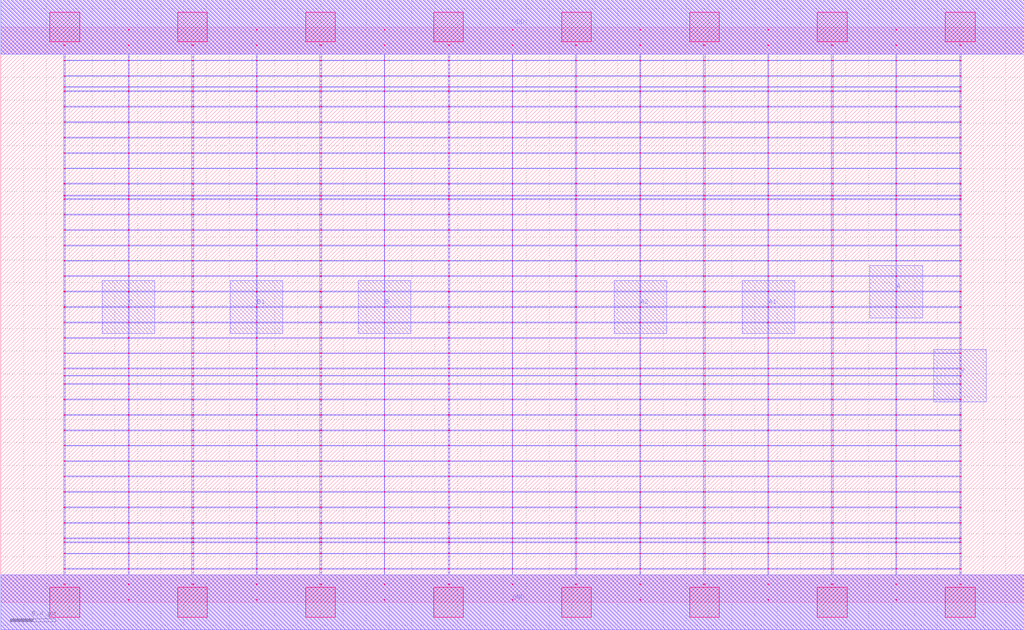
<source format=lef>
MACRO AAOAI321_DEBUG
 CLASS CORE ;
 FOREIGN AAOAI321_DEBUG 0 0 ;
 SIZE 8.96 BY 5.04 ;
 ORIGIN 0 0 ;
 SYMMETRY X Y R90 ;
 SITE unit ;
  PIN VDD
   DIRECTION INOUT ;
   USE SIGNAL ;
   SHAPE ABUTMENT ;
    PORT
     CLASS CORE ;
       LAYER met1 ;
        RECT 0.00000000 4.80000000 8.96000000 5.28000000 ;
       LAYER met2 ;
        RECT 0.00000000 4.80000000 8.96000000 5.28000000 ;
    END
  END VDD

  PIN GND
   DIRECTION INOUT ;
   USE SIGNAL ;
   SHAPE ABUTMENT ;
    PORT
     CLASS CORE ;
       LAYER met1 ;
        RECT 0.00000000 -0.24000000 8.96000000 0.24000000 ;
       LAYER met2 ;
        RECT 0.00000000 -0.24000000 8.96000000 0.24000000 ;
    END
  END GND

  PIN Y
   DIRECTION INOUT ;
   USE SIGNAL ;
   SHAPE ABUTMENT ;
    PORT
     CLASS CORE ;
       LAYER met2 ;
        RECT 8.17000000 1.75500000 8.63000000 2.21500000 ;
    END
  END Y

  PIN B1
   DIRECTION INOUT ;
   USE SIGNAL ;
   SHAPE ABUTMENT ;
    PORT
     CLASS CORE ;
       LAYER met2 ;
        RECT 2.01000000 2.35700000 2.47000000 2.81700000 ;
    END
  END B1

  PIN A
   DIRECTION INOUT ;
   USE SIGNAL ;
   SHAPE ABUTMENT ;
    PORT
     CLASS CORE ;
       LAYER met2 ;
        RECT 7.61000000 2.49200000 8.07000000 2.95200000 ;
    END
  END A

  PIN A1
   DIRECTION INOUT ;
   USE SIGNAL ;
   SHAPE ABUTMENT ;
    PORT
     CLASS CORE ;
       LAYER met2 ;
        RECT 6.49000000 2.35700000 6.95000000 2.81700000 ;
    END
  END A1

  PIN C
   DIRECTION INOUT ;
   USE SIGNAL ;
   SHAPE ABUTMENT ;
    PORT
     CLASS CORE ;
       LAYER met2 ;
        RECT 0.89000000 2.35700000 1.35000000 2.81700000 ;
    END
  END C

  PIN B
   DIRECTION INOUT ;
   USE SIGNAL ;
   SHAPE ABUTMENT ;
    PORT
     CLASS CORE ;
       LAYER met2 ;
        RECT 3.13000000 2.35700000 3.59000000 2.81700000 ;
    END
  END B

  PIN A2
   DIRECTION INOUT ;
   USE SIGNAL ;
   SHAPE ABUTMENT ;
    PORT
     CLASS CORE ;
       LAYER met2 ;
        RECT 5.37000000 2.35700000 5.83000000 2.81700000 ;
    END
  END A2

 OBS
    LAYER polycont ;
     RECT 4.47600000 0.15300000 4.48400000 0.16100000 ;
     RECT 4.47600000 0.28800000 4.48400000 0.29600000 ;
     RECT 4.47600000 0.42300000 4.48400000 0.43100000 ;
     RECT 4.47600000 0.52100000 4.48400000 0.52900000 ;
     RECT 4.47600000 0.55800000 4.48400000 0.56600000 ;
     RECT 4.47600000 0.69300000 4.48400000 0.70100000 ;
     RECT 4.47600000 0.82800000 4.48400000 0.83600000 ;
     RECT 4.47600000 0.96300000 4.48400000 0.97100000 ;
     RECT 4.47600000 1.09800000 4.48400000 1.10600000 ;
     RECT 4.47600000 1.23300000 4.48400000 1.24100000 ;
     RECT 4.47600000 1.36800000 4.48400000 1.37600000 ;
     RECT 4.47600000 1.50300000 4.48400000 1.51100000 ;
     RECT 4.47600000 1.63800000 4.48400000 1.64600000 ;
     RECT 4.47600000 1.77300000 4.48400000 1.78100000 ;
     RECT 4.47600000 1.90800000 4.48400000 1.91600000 ;
     RECT 4.47600000 1.98100000 4.48400000 1.98900000 ;
     RECT 4.47600000 2.04300000 4.48400000 2.05100000 ;
     RECT 4.47600000 2.17800000 4.48400000 2.18600000 ;
     RECT 4.47600000 2.31300000 4.48400000 2.32100000 ;
     RECT 4.47600000 2.44800000 4.48400000 2.45600000 ;
     RECT 0.55100000 2.58300000 0.56400000 2.59100000 ;
     RECT 1.11600000 2.58300000 1.12400000 2.59100000 ;
     RECT 1.67100000 2.58300000 1.68900000 2.59100000 ;
     RECT 2.23600000 2.58300000 2.24400000 2.59100000 ;
     RECT 2.79100000 2.58300000 2.80900000 2.59100000 ;
     RECT 3.35600000 2.58300000 3.36400000 2.59100000 ;
     RECT 3.91600000 2.58300000 3.92900000 2.59100000 ;
     RECT 4.47600000 2.58300000 4.48400000 2.59100000 ;
     RECT 5.03100000 2.58300000 5.04400000 2.59100000 ;
     RECT 5.59600000 2.58300000 5.60400000 2.59100000 ;
     RECT 6.15100000 2.58300000 6.16900000 2.59100000 ;
     RECT 6.71600000 2.58300000 6.72400000 2.59100000 ;
     RECT 7.27100000 2.58300000 7.28900000 2.59100000 ;
     RECT 7.83600000 2.58300000 7.84400000 2.59100000 ;
     RECT 8.39600000 2.58300000 8.40900000 2.59100000 ;
     RECT 0.55100000 2.71800000 0.56400000 2.72600000 ;
     RECT 1.11600000 2.71800000 1.12400000 2.72600000 ;
     RECT 1.67100000 2.71800000 1.68900000 2.72600000 ;
     RECT 2.23600000 2.71800000 2.24400000 2.72600000 ;
     RECT 2.79100000 2.71800000 2.80900000 2.72600000 ;
     RECT 3.35600000 2.71800000 3.36400000 2.72600000 ;
     RECT 3.91600000 2.71800000 3.92900000 2.72600000 ;
     RECT 4.47600000 2.71800000 4.48400000 2.72600000 ;
     RECT 5.03100000 2.71800000 5.04400000 2.72600000 ;
     RECT 5.59600000 2.71800000 5.60400000 2.72600000 ;
     RECT 6.15100000 2.71800000 6.16900000 2.72600000 ;
     RECT 6.71600000 2.71800000 6.72400000 2.72600000 ;
     RECT 7.27100000 2.71800000 7.28900000 2.72600000 ;
     RECT 7.83600000 2.71800000 7.84400000 2.72600000 ;
     RECT 8.39600000 2.71800000 8.40900000 2.72600000 ;
     RECT 0.55100000 2.85300000 0.56400000 2.86100000 ;
     RECT 1.11600000 2.85300000 1.12400000 2.86100000 ;
     RECT 1.67100000 2.85300000 1.68900000 2.86100000 ;
     RECT 2.23600000 2.85300000 2.24400000 2.86100000 ;
     RECT 2.79100000 2.85300000 2.80900000 2.86100000 ;
     RECT 3.35600000 2.85300000 3.36400000 2.86100000 ;
     RECT 3.91600000 2.85300000 3.92900000 2.86100000 ;
     RECT 4.47600000 2.85300000 4.48400000 2.86100000 ;
     RECT 5.03100000 2.85300000 5.04400000 2.86100000 ;
     RECT 5.59600000 2.85300000 5.60400000 2.86100000 ;
     RECT 6.15100000 2.85300000 6.16900000 2.86100000 ;
     RECT 6.71600000 2.85300000 6.72400000 2.86100000 ;
     RECT 7.27100000 2.85300000 7.28900000 2.86100000 ;
     RECT 7.83600000 2.85300000 7.84400000 2.86100000 ;
     RECT 8.39600000 2.85300000 8.40900000 2.86100000 ;
     RECT 0.55100000 2.98800000 0.56400000 2.99600000 ;
     RECT 1.11600000 2.98800000 1.12400000 2.99600000 ;
     RECT 1.67100000 2.98800000 1.68900000 2.99600000 ;
     RECT 2.23600000 2.98800000 2.24400000 2.99600000 ;
     RECT 2.79100000 2.98800000 2.80900000 2.99600000 ;
     RECT 3.35600000 2.98800000 3.36400000 2.99600000 ;
     RECT 3.91600000 2.98800000 3.92900000 2.99600000 ;
     RECT 4.47600000 2.98800000 4.48400000 2.99600000 ;
     RECT 5.03100000 2.98800000 5.04400000 2.99600000 ;
     RECT 5.59600000 2.98800000 5.60400000 2.99600000 ;
     RECT 6.15100000 2.98800000 6.16900000 2.99600000 ;
     RECT 6.71600000 2.98800000 6.72400000 2.99600000 ;
     RECT 7.27100000 2.98800000 7.28900000 2.99600000 ;
     RECT 7.83600000 2.98800000 7.84400000 2.99600000 ;
     RECT 8.39600000 2.98800000 8.40900000 2.99600000 ;
     RECT 4.47600000 3.12300000 4.48400000 3.13100000 ;
     RECT 4.47600000 3.25800000 4.48400000 3.26600000 ;
     RECT 4.47600000 3.39300000 4.48400000 3.40100000 ;
     RECT 4.47600000 3.52800000 4.48400000 3.53600000 ;
     RECT 4.47600000 3.56100000 4.48400000 3.56900000 ;
     RECT 4.47600000 3.66300000 4.48400000 3.67100000 ;
     RECT 4.47600000 3.79800000 4.48400000 3.80600000 ;
     RECT 4.47600000 3.93300000 4.48400000 3.94100000 ;
     RECT 4.47600000 4.06800000 4.48400000 4.07600000 ;
     RECT 4.47600000 4.20300000 4.48400000 4.21100000 ;
     RECT 4.47600000 4.33800000 4.48400000 4.34600000 ;
     RECT 4.47600000 4.47300000 4.48400000 4.48100000 ;
     RECT 4.47600000 4.51100000 4.48400000 4.51900000 ;
     RECT 4.47600000 4.60800000 4.48400000 4.61600000 ;
     RECT 4.47600000 4.74300000 4.48400000 4.75100000 ;
     RECT 4.47600000 4.87800000 4.48400000 4.88600000 ;

    LAYER pdiffc ;
     RECT 0.55100000 3.39300000 0.55900000 3.40100000 ;
     RECT 3.92100000 3.39300000 3.92900000 3.40100000 ;
     RECT 5.03100000 3.39300000 5.03900000 3.40100000 ;
     RECT 8.40100000 3.39300000 8.40900000 3.40100000 ;
     RECT 0.55100000 3.52800000 0.55900000 3.53600000 ;
     RECT 3.92100000 3.52800000 3.92900000 3.53600000 ;
     RECT 5.03100000 3.52800000 5.03900000 3.53600000 ;
     RECT 8.40100000 3.52800000 8.40900000 3.53600000 ;
     RECT 0.55100000 3.56100000 0.55900000 3.56900000 ;
     RECT 3.92100000 3.56100000 3.92900000 3.56900000 ;
     RECT 5.03100000 3.56100000 5.03900000 3.56900000 ;
     RECT 8.40100000 3.56100000 8.40900000 3.56900000 ;
     RECT 0.55100000 3.66300000 0.55900000 3.67100000 ;
     RECT 3.92100000 3.66300000 3.92900000 3.67100000 ;
     RECT 5.03100000 3.66300000 5.03900000 3.67100000 ;
     RECT 8.40100000 3.66300000 8.40900000 3.67100000 ;
     RECT 0.55100000 3.79800000 0.55900000 3.80600000 ;
     RECT 3.92100000 3.79800000 3.92900000 3.80600000 ;
     RECT 5.03100000 3.79800000 5.03900000 3.80600000 ;
     RECT 8.40100000 3.79800000 8.40900000 3.80600000 ;
     RECT 0.55100000 3.93300000 0.55900000 3.94100000 ;
     RECT 3.92100000 3.93300000 3.92900000 3.94100000 ;
     RECT 5.03100000 3.93300000 5.03900000 3.94100000 ;
     RECT 8.40100000 3.93300000 8.40900000 3.94100000 ;
     RECT 0.55100000 4.06800000 0.55900000 4.07600000 ;
     RECT 3.92100000 4.06800000 3.92900000 4.07600000 ;
     RECT 5.03100000 4.06800000 5.03900000 4.07600000 ;
     RECT 8.40100000 4.06800000 8.40900000 4.07600000 ;
     RECT 0.55100000 4.20300000 0.55900000 4.21100000 ;
     RECT 3.92100000 4.20300000 3.92900000 4.21100000 ;
     RECT 5.03100000 4.20300000 5.03900000 4.21100000 ;
     RECT 8.40100000 4.20300000 8.40900000 4.21100000 ;
     RECT 0.55100000 4.33800000 0.55900000 4.34600000 ;
     RECT 3.92100000 4.33800000 3.92900000 4.34600000 ;
     RECT 5.03100000 4.33800000 5.03900000 4.34600000 ;
     RECT 8.40100000 4.33800000 8.40900000 4.34600000 ;
     RECT 0.55100000 4.47300000 0.55900000 4.48100000 ;
     RECT 3.92100000 4.47300000 3.92900000 4.48100000 ;
     RECT 5.03100000 4.47300000 5.03900000 4.48100000 ;
     RECT 8.40100000 4.47300000 8.40900000 4.48100000 ;
     RECT 0.55100000 4.51100000 0.55900000 4.51900000 ;
     RECT 3.92100000 4.51100000 3.92900000 4.51900000 ;
     RECT 5.03100000 4.51100000 5.03900000 4.51900000 ;
     RECT 8.40100000 4.51100000 8.40900000 4.51900000 ;
     RECT 0.55100000 4.60800000 0.55900000 4.61600000 ;
     RECT 3.92100000 4.60800000 3.92900000 4.61600000 ;
     RECT 5.03100000 4.60800000 5.03900000 4.61600000 ;
     RECT 8.40100000 4.60800000 8.40900000 4.61600000 ;

    LAYER ndiffc ;
     RECT 5.03100000 0.42300000 5.04400000 0.43100000 ;
     RECT 6.15100000 0.42300000 6.16900000 0.43100000 ;
     RECT 7.27100000 0.42300000 7.28900000 0.43100000 ;
     RECT 8.39600000 0.42300000 8.40900000 0.43100000 ;
     RECT 5.03100000 0.52100000 5.04400000 0.52900000 ;
     RECT 6.15100000 0.52100000 6.16900000 0.52900000 ;
     RECT 7.27100000 0.52100000 7.28900000 0.52900000 ;
     RECT 8.39600000 0.52100000 8.40900000 0.52900000 ;
     RECT 5.03100000 0.55800000 5.04400000 0.56600000 ;
     RECT 6.15100000 0.55800000 6.16900000 0.56600000 ;
     RECT 7.27100000 0.55800000 7.28900000 0.56600000 ;
     RECT 8.39600000 0.55800000 8.40900000 0.56600000 ;
     RECT 5.03100000 0.69300000 5.04400000 0.70100000 ;
     RECT 6.15100000 0.69300000 6.16900000 0.70100000 ;
     RECT 7.27100000 0.69300000 7.28900000 0.70100000 ;
     RECT 8.39600000 0.69300000 8.40900000 0.70100000 ;
     RECT 5.03100000 0.82800000 5.04400000 0.83600000 ;
     RECT 6.15100000 0.82800000 6.16900000 0.83600000 ;
     RECT 7.27100000 0.82800000 7.28900000 0.83600000 ;
     RECT 8.39600000 0.82800000 8.40900000 0.83600000 ;
     RECT 5.03100000 0.96300000 5.04400000 0.97100000 ;
     RECT 6.15100000 0.96300000 6.16900000 0.97100000 ;
     RECT 7.27100000 0.96300000 7.28900000 0.97100000 ;
     RECT 8.39600000 0.96300000 8.40900000 0.97100000 ;
     RECT 5.03100000 1.09800000 5.04400000 1.10600000 ;
     RECT 6.15100000 1.09800000 6.16900000 1.10600000 ;
     RECT 7.27100000 1.09800000 7.28900000 1.10600000 ;
     RECT 8.39600000 1.09800000 8.40900000 1.10600000 ;
     RECT 5.03100000 1.23300000 5.04400000 1.24100000 ;
     RECT 6.15100000 1.23300000 6.16900000 1.24100000 ;
     RECT 7.27100000 1.23300000 7.28900000 1.24100000 ;
     RECT 8.39600000 1.23300000 8.40900000 1.24100000 ;
     RECT 5.03100000 1.36800000 5.04400000 1.37600000 ;
     RECT 6.15100000 1.36800000 6.16900000 1.37600000 ;
     RECT 7.27100000 1.36800000 7.28900000 1.37600000 ;
     RECT 8.39600000 1.36800000 8.40900000 1.37600000 ;
     RECT 5.03100000 1.50300000 5.04400000 1.51100000 ;
     RECT 6.15100000 1.50300000 6.16900000 1.51100000 ;
     RECT 7.27100000 1.50300000 7.28900000 1.51100000 ;
     RECT 8.39600000 1.50300000 8.40900000 1.51100000 ;
     RECT 5.03100000 1.63800000 5.04400000 1.64600000 ;
     RECT 6.15100000 1.63800000 6.16900000 1.64600000 ;
     RECT 7.27100000 1.63800000 7.28900000 1.64600000 ;
     RECT 8.39600000 1.63800000 8.40900000 1.64600000 ;
     RECT 5.03100000 1.77300000 5.04400000 1.78100000 ;
     RECT 6.15100000 1.77300000 6.16900000 1.78100000 ;
     RECT 7.27100000 1.77300000 7.28900000 1.78100000 ;
     RECT 8.39600000 1.77300000 8.40900000 1.78100000 ;
     RECT 5.03100000 1.90800000 5.04400000 1.91600000 ;
     RECT 6.15100000 1.90800000 6.16900000 1.91600000 ;
     RECT 7.27100000 1.90800000 7.28900000 1.91600000 ;
     RECT 8.39600000 1.90800000 8.40900000 1.91600000 ;
     RECT 5.03100000 1.98100000 5.04400000 1.98900000 ;
     RECT 6.15100000 1.98100000 6.16900000 1.98900000 ;
     RECT 7.27100000 1.98100000 7.28900000 1.98900000 ;
     RECT 8.39600000 1.98100000 8.40900000 1.98900000 ;
     RECT 5.03100000 2.04300000 5.04400000 2.05100000 ;
     RECT 6.15100000 2.04300000 6.16900000 2.05100000 ;
     RECT 7.27100000 2.04300000 7.28900000 2.05100000 ;
     RECT 8.39600000 2.04300000 8.40900000 2.05100000 ;
     RECT 0.55100000 0.42300000 0.56400000 0.43100000 ;
     RECT 1.67100000 0.42300000 1.68900000 0.43100000 ;
     RECT 2.79100000 0.42300000 2.80900000 0.43100000 ;
     RECT 3.91600000 0.42300000 3.92900000 0.43100000 ;
     RECT 0.55100000 1.36800000 0.56400000 1.37600000 ;
     RECT 1.67100000 1.36800000 1.68900000 1.37600000 ;
     RECT 2.79100000 1.36800000 2.80900000 1.37600000 ;
     RECT 3.91600000 1.36800000 3.92900000 1.37600000 ;
     RECT 0.55100000 0.82800000 0.56400000 0.83600000 ;
     RECT 1.67100000 0.82800000 1.68900000 0.83600000 ;
     RECT 2.79100000 0.82800000 2.80900000 0.83600000 ;
     RECT 3.91600000 0.82800000 3.92900000 0.83600000 ;
     RECT 0.55100000 1.50300000 0.56400000 1.51100000 ;
     RECT 1.67100000 1.50300000 1.68900000 1.51100000 ;
     RECT 2.79100000 1.50300000 2.80900000 1.51100000 ;
     RECT 3.91600000 1.50300000 3.92900000 1.51100000 ;
     RECT 0.55100000 0.55800000 0.56400000 0.56600000 ;
     RECT 1.67100000 0.55800000 1.68900000 0.56600000 ;
     RECT 2.79100000 0.55800000 2.80900000 0.56600000 ;
     RECT 3.91600000 0.55800000 3.92900000 0.56600000 ;
     RECT 0.55100000 1.63800000 0.56400000 1.64600000 ;
     RECT 1.67100000 1.63800000 1.68900000 1.64600000 ;
     RECT 2.79100000 1.63800000 2.80900000 1.64600000 ;
     RECT 3.91600000 1.63800000 3.92900000 1.64600000 ;
     RECT 0.55100000 0.96300000 0.56400000 0.97100000 ;
     RECT 1.67100000 0.96300000 1.68900000 0.97100000 ;
     RECT 2.79100000 0.96300000 2.80900000 0.97100000 ;
     RECT 3.91600000 0.96300000 3.92900000 0.97100000 ;
     RECT 0.55100000 1.77300000 0.56400000 1.78100000 ;
     RECT 1.67100000 1.77300000 1.68900000 1.78100000 ;
     RECT 2.79100000 1.77300000 2.80900000 1.78100000 ;
     RECT 3.91600000 1.77300000 3.92900000 1.78100000 ;
     RECT 0.55100000 0.52100000 0.56400000 0.52900000 ;
     RECT 1.67100000 0.52100000 1.68900000 0.52900000 ;
     RECT 2.79100000 0.52100000 2.80900000 0.52900000 ;
     RECT 3.91600000 0.52100000 3.92900000 0.52900000 ;
     RECT 0.55100000 1.90800000 0.56400000 1.91600000 ;
     RECT 1.67100000 1.90800000 1.68900000 1.91600000 ;
     RECT 2.79100000 1.90800000 2.80900000 1.91600000 ;
     RECT 3.91600000 1.90800000 3.92900000 1.91600000 ;
     RECT 0.55100000 1.09800000 0.56400000 1.10600000 ;
     RECT 1.67100000 1.09800000 1.68900000 1.10600000 ;
     RECT 2.79100000 1.09800000 2.80900000 1.10600000 ;
     RECT 3.91600000 1.09800000 3.92900000 1.10600000 ;
     RECT 0.55100000 1.98100000 0.56400000 1.98900000 ;
     RECT 1.67100000 1.98100000 1.68900000 1.98900000 ;
     RECT 2.79100000 1.98100000 2.80900000 1.98900000 ;
     RECT 3.91600000 1.98100000 3.92900000 1.98900000 ;
     RECT 0.55100000 0.69300000 0.56400000 0.70100000 ;
     RECT 1.67100000 0.69300000 1.68900000 0.70100000 ;
     RECT 2.79100000 0.69300000 2.80900000 0.70100000 ;
     RECT 3.91600000 0.69300000 3.92900000 0.70100000 ;
     RECT 0.55100000 2.04300000 0.56400000 2.05100000 ;
     RECT 1.67100000 2.04300000 1.68900000 2.05100000 ;
     RECT 2.79100000 2.04300000 2.80900000 2.05100000 ;
     RECT 3.91600000 2.04300000 3.92900000 2.05100000 ;
     RECT 0.55100000 1.23300000 0.56400000 1.24100000 ;
     RECT 1.67100000 1.23300000 1.68900000 1.24100000 ;
     RECT 2.79100000 1.23300000 2.80900000 1.24100000 ;
     RECT 3.91600000 1.23300000 3.92900000 1.24100000 ;

    LAYER met1 ;
     RECT 0.00000000 -0.24000000 8.96000000 0.24000000 ;
     RECT 4.47600000 0.24000000 4.48400000 0.28800000 ;
     RECT 0.55100000 0.28800000 8.40900000 0.29600000 ;
     RECT 4.47600000 0.29600000 4.48400000 0.42300000 ;
     RECT 0.55100000 0.42300000 8.40900000 0.43100000 ;
     RECT 4.47600000 0.43100000 4.48400000 0.52100000 ;
     RECT 0.55100000 0.52100000 8.40900000 0.52900000 ;
     RECT 4.47600000 0.52900000 4.48400000 0.55800000 ;
     RECT 0.55100000 0.55800000 8.40900000 0.56600000 ;
     RECT 4.47600000 0.56600000 4.48400000 0.69300000 ;
     RECT 0.55100000 0.69300000 8.40900000 0.70100000 ;
     RECT 4.47600000 0.70100000 4.48400000 0.82800000 ;
     RECT 0.55100000 0.82800000 8.40900000 0.83600000 ;
     RECT 4.47600000 0.83600000 4.48400000 0.96300000 ;
     RECT 0.55100000 0.96300000 8.40900000 0.97100000 ;
     RECT 4.47600000 0.97100000 4.48400000 1.09800000 ;
     RECT 0.55100000 1.09800000 8.40900000 1.10600000 ;
     RECT 4.47600000 1.10600000 4.48400000 1.23300000 ;
     RECT 0.55100000 1.23300000 8.40900000 1.24100000 ;
     RECT 4.47600000 1.24100000 4.48400000 1.36800000 ;
     RECT 0.55100000 1.36800000 8.40900000 1.37600000 ;
     RECT 4.47600000 1.37600000 4.48400000 1.50300000 ;
     RECT 0.55100000 1.50300000 8.40900000 1.51100000 ;
     RECT 4.47600000 1.51100000 4.48400000 1.63800000 ;
     RECT 0.55100000 1.63800000 8.40900000 1.64600000 ;
     RECT 4.47600000 1.64600000 4.48400000 1.77300000 ;
     RECT 0.55100000 1.77300000 8.40900000 1.78100000 ;
     RECT 4.47600000 1.78100000 4.48400000 1.90800000 ;
     RECT 0.55100000 1.90800000 8.40900000 1.91600000 ;
     RECT 4.47600000 1.91600000 4.48400000 1.98100000 ;
     RECT 0.55100000 1.98100000 8.40900000 1.98900000 ;
     RECT 4.47600000 1.98900000 4.48400000 2.04300000 ;
     RECT 0.55100000 2.04300000 8.40900000 2.05100000 ;
     RECT 4.47600000 2.05100000 4.48400000 2.17800000 ;
     RECT 0.55100000 2.17800000 8.40900000 2.18600000 ;
     RECT 4.47600000 2.18600000 4.48400000 2.31300000 ;
     RECT 0.55100000 2.31300000 8.40900000 2.32100000 ;
     RECT 4.47600000 2.32100000 4.48400000 2.44800000 ;
     RECT 0.55100000 2.44800000 8.40900000 2.45600000 ;
     RECT 0.55100000 2.45600000 0.56400000 2.58300000 ;
     RECT 1.11600000 2.45600000 1.12400000 2.58300000 ;
     RECT 1.67100000 2.45600000 1.68900000 2.58300000 ;
     RECT 2.23600000 2.45600000 2.24400000 2.58300000 ;
     RECT 2.79100000 2.45600000 2.80900000 2.58300000 ;
     RECT 3.35600000 2.45600000 3.36400000 2.58300000 ;
     RECT 3.91600000 2.45600000 3.92900000 2.58300000 ;
     RECT 4.47600000 2.45600000 4.48400000 2.58300000 ;
     RECT 5.03100000 2.45600000 5.04400000 2.58300000 ;
     RECT 5.59600000 2.45600000 5.60400000 2.58300000 ;
     RECT 6.15100000 2.45600000 6.16900000 2.58300000 ;
     RECT 6.71600000 2.45600000 6.72400000 2.58300000 ;
     RECT 7.27100000 2.45600000 7.28900000 2.58300000 ;
     RECT 7.83600000 2.45600000 7.84400000 2.58300000 ;
     RECT 8.39600000 2.45600000 8.40900000 2.58300000 ;
     RECT 0.55100000 2.58300000 8.40900000 2.59100000 ;
     RECT 4.47600000 2.59100000 4.48400000 2.71800000 ;
     RECT 0.55100000 2.71800000 8.40900000 2.72600000 ;
     RECT 4.47600000 2.72600000 4.48400000 2.85300000 ;
     RECT 0.55100000 2.85300000 8.40900000 2.86100000 ;
     RECT 4.47600000 2.86100000 4.48400000 2.98800000 ;
     RECT 0.55100000 2.98800000 8.40900000 2.99600000 ;
     RECT 4.47600000 2.99600000 4.48400000 3.12300000 ;
     RECT 0.55100000 3.12300000 8.40900000 3.13100000 ;
     RECT 4.47600000 3.13100000 4.48400000 3.25800000 ;
     RECT 0.55100000 3.25800000 8.40900000 3.26600000 ;
     RECT 4.47600000 3.26600000 4.48400000 3.39300000 ;
     RECT 0.55100000 3.39300000 8.40900000 3.40100000 ;
     RECT 4.47600000 3.40100000 4.48400000 3.52800000 ;
     RECT 0.55100000 3.52800000 8.40900000 3.53600000 ;
     RECT 4.47600000 3.53600000 4.48400000 3.56100000 ;
     RECT 0.55100000 3.56100000 8.40900000 3.56900000 ;
     RECT 4.47600000 3.56900000 4.48400000 3.66300000 ;
     RECT 0.55100000 3.66300000 8.40900000 3.67100000 ;
     RECT 4.47600000 3.67100000 4.48400000 3.79800000 ;
     RECT 0.55100000 3.79800000 8.40900000 3.80600000 ;
     RECT 4.47600000 3.80600000 4.48400000 3.93300000 ;
     RECT 0.55100000 3.93300000 8.40900000 3.94100000 ;
     RECT 4.47600000 3.94100000 4.48400000 4.06800000 ;
     RECT 0.55100000 4.06800000 8.40900000 4.07600000 ;
     RECT 4.47600000 4.07600000 4.48400000 4.20300000 ;
     RECT 0.55100000 4.20300000 8.40900000 4.21100000 ;
     RECT 4.47600000 4.21100000 4.48400000 4.33800000 ;
     RECT 0.55100000 4.33800000 8.40900000 4.34600000 ;
     RECT 4.47600000 4.34600000 4.48400000 4.47300000 ;
     RECT 0.55100000 4.47300000 8.40900000 4.48100000 ;
     RECT 4.47600000 4.48100000 4.48400000 4.51100000 ;
     RECT 0.55100000 4.51100000 8.40900000 4.51900000 ;
     RECT 4.47600000 4.51900000 4.48400000 4.60800000 ;
     RECT 0.55100000 4.60800000 8.40900000 4.61600000 ;
     RECT 4.47600000 4.61600000 4.48400000 4.74300000 ;
     RECT 0.55100000 4.74300000 8.40900000 4.75100000 ;
     RECT 4.47600000 4.75100000 4.48400000 4.80000000 ;
     RECT 0.00000000 4.80000000 8.96000000 5.28000000 ;
     RECT 6.71600000 3.13100000 6.72400000 3.25800000 ;
     RECT 6.71600000 3.26600000 6.72400000 3.39300000 ;
     RECT 6.71600000 3.40100000 6.72400000 3.52800000 ;
     RECT 6.71600000 2.72600000 6.72400000 2.85300000 ;
     RECT 6.71600000 3.53600000 6.72400000 3.56100000 ;
     RECT 6.71600000 3.56900000 6.72400000 3.66300000 ;
     RECT 6.71600000 2.59100000 6.72400000 2.71800000 ;
     RECT 6.71600000 3.67100000 6.72400000 3.79800000 ;
     RECT 5.03100000 3.80600000 5.04400000 3.93300000 ;
     RECT 5.59600000 3.80600000 5.60400000 3.93300000 ;
     RECT 6.15100000 3.80600000 6.16900000 3.93300000 ;
     RECT 6.71600000 3.80600000 6.72400000 3.93300000 ;
     RECT 7.27100000 3.80600000 7.28900000 3.93300000 ;
     RECT 7.83600000 3.80600000 7.84400000 3.93300000 ;
     RECT 8.39600000 3.80600000 8.40900000 3.93300000 ;
     RECT 6.71600000 2.86100000 6.72400000 2.98800000 ;
     RECT 6.71600000 3.94100000 6.72400000 4.06800000 ;
     RECT 6.71600000 4.07600000 6.72400000 4.20300000 ;
     RECT 6.71600000 4.21100000 6.72400000 4.33800000 ;
     RECT 6.71600000 4.34600000 6.72400000 4.47300000 ;
     RECT 6.71600000 4.48100000 6.72400000 4.51100000 ;
     RECT 6.71600000 2.99600000 6.72400000 3.12300000 ;
     RECT 6.71600000 4.51900000 6.72400000 4.60800000 ;
     RECT 6.71600000 4.61600000 6.72400000 4.74300000 ;
     RECT 6.71600000 4.75100000 6.72400000 4.80000000 ;
     RECT 7.27100000 4.21100000 7.28900000 4.33800000 ;
     RECT 7.83600000 4.21100000 7.84400000 4.33800000 ;
     RECT 8.39600000 4.21100000 8.40900000 4.33800000 ;
     RECT 8.39600000 3.94100000 8.40900000 4.06800000 ;
     RECT 7.27100000 4.34600000 7.28900000 4.47300000 ;
     RECT 7.83600000 4.34600000 7.84400000 4.47300000 ;
     RECT 8.39600000 4.34600000 8.40900000 4.47300000 ;
     RECT 7.27100000 3.94100000 7.28900000 4.06800000 ;
     RECT 7.27100000 4.48100000 7.28900000 4.51100000 ;
     RECT 7.83600000 4.48100000 7.84400000 4.51100000 ;
     RECT 8.39600000 4.48100000 8.40900000 4.51100000 ;
     RECT 7.27100000 4.07600000 7.28900000 4.20300000 ;
     RECT 7.83600000 4.07600000 7.84400000 4.20300000 ;
     RECT 7.27100000 4.51900000 7.28900000 4.60800000 ;
     RECT 7.83600000 4.51900000 7.84400000 4.60800000 ;
     RECT 8.39600000 4.51900000 8.40900000 4.60800000 ;
     RECT 8.39600000 4.07600000 8.40900000 4.20300000 ;
     RECT 7.27100000 4.61600000 7.28900000 4.74300000 ;
     RECT 7.83600000 4.61600000 7.84400000 4.74300000 ;
     RECT 8.39600000 4.61600000 8.40900000 4.74300000 ;
     RECT 7.83600000 3.94100000 7.84400000 4.06800000 ;
     RECT 7.27100000 4.75100000 7.28900000 4.80000000 ;
     RECT 7.83600000 4.75100000 7.84400000 4.80000000 ;
     RECT 8.39600000 4.75100000 8.40900000 4.80000000 ;
     RECT 6.15100000 4.07600000 6.16900000 4.20300000 ;
     RECT 5.59600000 3.94100000 5.60400000 4.06800000 ;
     RECT 6.15100000 3.94100000 6.16900000 4.06800000 ;
     RECT 5.03100000 4.51900000 5.04400000 4.60800000 ;
     RECT 5.59600000 4.51900000 5.60400000 4.60800000 ;
     RECT 6.15100000 4.51900000 6.16900000 4.60800000 ;
     RECT 5.03100000 4.34600000 5.04400000 4.47300000 ;
     RECT 5.59600000 4.34600000 5.60400000 4.47300000 ;
     RECT 6.15100000 4.34600000 6.16900000 4.47300000 ;
     RECT 5.03100000 3.94100000 5.04400000 4.06800000 ;
     RECT 5.03100000 4.61600000 5.04400000 4.74300000 ;
     RECT 5.59600000 4.61600000 5.60400000 4.74300000 ;
     RECT 6.15100000 4.61600000 6.16900000 4.74300000 ;
     RECT 5.03100000 4.07600000 5.04400000 4.20300000 ;
     RECT 5.03100000 4.21100000 5.04400000 4.33800000 ;
     RECT 5.59600000 4.21100000 5.60400000 4.33800000 ;
     RECT 5.03100000 4.48100000 5.04400000 4.51100000 ;
     RECT 5.03100000 4.75100000 5.04400000 4.80000000 ;
     RECT 5.59600000 4.75100000 5.60400000 4.80000000 ;
     RECT 6.15100000 4.75100000 6.16900000 4.80000000 ;
     RECT 5.59600000 4.48100000 5.60400000 4.51100000 ;
     RECT 6.15100000 4.48100000 6.16900000 4.51100000 ;
     RECT 6.15100000 4.21100000 6.16900000 4.33800000 ;
     RECT 5.59600000 4.07600000 5.60400000 4.20300000 ;
     RECT 5.03100000 3.56900000 5.04400000 3.66300000 ;
     RECT 5.59600000 3.56900000 5.60400000 3.66300000 ;
     RECT 6.15100000 3.56900000 6.16900000 3.66300000 ;
     RECT 5.03100000 3.26600000 5.04400000 3.39300000 ;
     RECT 6.15100000 2.59100000 6.16900000 2.71800000 ;
     RECT 5.59600000 3.26600000 5.60400000 3.39300000 ;
     RECT 5.03100000 3.67100000 5.04400000 3.79800000 ;
     RECT 5.59600000 3.67100000 5.60400000 3.79800000 ;
     RECT 6.15100000 3.67100000 6.16900000 3.79800000 ;
     RECT 6.15100000 3.26600000 6.16900000 3.39300000 ;
     RECT 5.03100000 2.86100000 5.04400000 2.98800000 ;
     RECT 5.59600000 2.86100000 5.60400000 2.98800000 ;
     RECT 6.15100000 3.13100000 6.16900000 3.25800000 ;
     RECT 5.59600000 2.72600000 5.60400000 2.85300000 ;
     RECT 6.15100000 2.72600000 6.16900000 2.85300000 ;
     RECT 5.03100000 3.40100000 5.04400000 3.52800000 ;
     RECT 5.59600000 3.40100000 5.60400000 3.52800000 ;
     RECT 5.03100000 2.99600000 5.04400000 3.12300000 ;
     RECT 6.15100000 3.40100000 6.16900000 3.52800000 ;
     RECT 5.59600000 3.13100000 5.60400000 3.25800000 ;
     RECT 6.15100000 2.86100000 6.16900000 2.98800000 ;
     RECT 5.03100000 2.59100000 5.04400000 2.71800000 ;
     RECT 5.59600000 2.59100000 5.60400000 2.71800000 ;
     RECT 5.03100000 3.53600000 5.04400000 3.56100000 ;
     RECT 5.59600000 3.53600000 5.60400000 3.56100000 ;
     RECT 6.15100000 3.53600000 6.16900000 3.56100000 ;
     RECT 5.59600000 2.99600000 5.60400000 3.12300000 ;
     RECT 6.15100000 2.99600000 6.16900000 3.12300000 ;
     RECT 5.03100000 2.72600000 5.04400000 2.85300000 ;
     RECT 5.03100000 3.13100000 5.04400000 3.25800000 ;
     RECT 7.83600000 2.72600000 7.84400000 2.85300000 ;
     RECT 8.39600000 2.86100000 8.40900000 2.98800000 ;
     RECT 7.27100000 2.59100000 7.28900000 2.71800000 ;
     RECT 7.27100000 2.99600000 7.28900000 3.12300000 ;
     RECT 8.39600000 2.72600000 8.40900000 2.85300000 ;
     RECT 8.39600000 3.26600000 8.40900000 3.39300000 ;
     RECT 7.27100000 3.40100000 7.28900000 3.52800000 ;
     RECT 7.83600000 3.40100000 7.84400000 3.52800000 ;
     RECT 8.39600000 3.40100000 8.40900000 3.52800000 ;
     RECT 7.27100000 3.56900000 7.28900000 3.66300000 ;
     RECT 7.83600000 3.56900000 7.84400000 3.66300000 ;
     RECT 7.83600000 2.99600000 7.84400000 3.12300000 ;
     RECT 8.39600000 2.99600000 8.40900000 3.12300000 ;
     RECT 7.83600000 2.59100000 7.84400000 2.71800000 ;
     RECT 8.39600000 3.56900000 8.40900000 3.66300000 ;
     RECT 7.27100000 3.13100000 7.28900000 3.25800000 ;
     RECT 7.27100000 2.72600000 7.28900000 2.85300000 ;
     RECT 7.83600000 3.13100000 7.84400000 3.25800000 ;
     RECT 8.39600000 3.13100000 8.40900000 3.25800000 ;
     RECT 7.27100000 3.26600000 7.28900000 3.39300000 ;
     RECT 8.39600000 2.59100000 8.40900000 2.71800000 ;
     RECT 7.83600000 3.26600000 7.84400000 3.39300000 ;
     RECT 7.27100000 2.86100000 7.28900000 2.98800000 ;
     RECT 7.83600000 2.86100000 7.84400000 2.98800000 ;
     RECT 7.27100000 3.67100000 7.28900000 3.79800000 ;
     RECT 7.83600000 3.67100000 7.84400000 3.79800000 ;
     RECT 8.39600000 3.67100000 8.40900000 3.79800000 ;
     RECT 7.27100000 3.53600000 7.28900000 3.56100000 ;
     RECT 7.83600000 3.53600000 7.84400000 3.56100000 ;
     RECT 8.39600000 3.53600000 8.40900000 3.56100000 ;
     RECT 2.23600000 3.94100000 2.24400000 4.06800000 ;
     RECT 2.23600000 3.40100000 2.24400000 3.52800000 ;
     RECT 2.23600000 4.07600000 2.24400000 4.20300000 ;
     RECT 2.23600000 3.53600000 2.24400000 3.56100000 ;
     RECT 2.23600000 4.21100000 2.24400000 4.33800000 ;
     RECT 2.23600000 2.86100000 2.24400000 2.98800000 ;
     RECT 2.23600000 3.13100000 2.24400000 3.25800000 ;
     RECT 2.23600000 4.34600000 2.24400000 4.47300000 ;
     RECT 2.23600000 3.56900000 2.24400000 3.66300000 ;
     RECT 2.23600000 4.48100000 2.24400000 4.51100000 ;
     RECT 2.23600000 2.72600000 2.24400000 2.85300000 ;
     RECT 2.23600000 4.51900000 2.24400000 4.60800000 ;
     RECT 2.23600000 3.67100000 2.24400000 3.79800000 ;
     RECT 2.23600000 4.61600000 2.24400000 4.74300000 ;
     RECT 2.23600000 3.26600000 2.24400000 3.39300000 ;
     RECT 2.23600000 2.59100000 2.24400000 2.71800000 ;
     RECT 0.55100000 3.80600000 0.56400000 3.93300000 ;
     RECT 1.11600000 3.80600000 1.12400000 3.93300000 ;
     RECT 2.23600000 4.75100000 2.24400000 4.80000000 ;
     RECT 1.67100000 3.80600000 1.68900000 3.93300000 ;
     RECT 2.23600000 3.80600000 2.24400000 3.93300000 ;
     RECT 2.79100000 3.80600000 2.80900000 3.93300000 ;
     RECT 3.35600000 3.80600000 3.36400000 3.93300000 ;
     RECT 3.91600000 3.80600000 3.92900000 3.93300000 ;
     RECT 2.23600000 2.99600000 2.24400000 3.12300000 ;
     RECT 2.79100000 3.94100000 2.80900000 4.06800000 ;
     RECT 2.79100000 4.21100000 2.80900000 4.33800000 ;
     RECT 2.79100000 4.51900000 2.80900000 4.60800000 ;
     RECT 3.35600000 4.51900000 3.36400000 4.60800000 ;
     RECT 3.91600000 4.51900000 3.92900000 4.60800000 ;
     RECT 3.35600000 4.21100000 3.36400000 4.33800000 ;
     RECT 3.91600000 4.21100000 3.92900000 4.33800000 ;
     RECT 2.79100000 4.61600000 2.80900000 4.74300000 ;
     RECT 3.35600000 4.61600000 3.36400000 4.74300000 ;
     RECT 3.91600000 4.61600000 3.92900000 4.74300000 ;
     RECT 3.35600000 3.94100000 3.36400000 4.06800000 ;
     RECT 2.79100000 4.07600000 2.80900000 4.20300000 ;
     RECT 3.35600000 4.07600000 3.36400000 4.20300000 ;
     RECT 2.79100000 4.34600000 2.80900000 4.47300000 ;
     RECT 3.35600000 4.34600000 3.36400000 4.47300000 ;
     RECT 2.79100000 4.75100000 2.80900000 4.80000000 ;
     RECT 3.35600000 4.75100000 3.36400000 4.80000000 ;
     RECT 3.91600000 4.75100000 3.92900000 4.80000000 ;
     RECT 3.91600000 4.34600000 3.92900000 4.47300000 ;
     RECT 3.91600000 4.07600000 3.92900000 4.20300000 ;
     RECT 3.91600000 3.94100000 3.92900000 4.06800000 ;
     RECT 2.79100000 4.48100000 2.80900000 4.51100000 ;
     RECT 3.35600000 4.48100000 3.36400000 4.51100000 ;
     RECT 3.91600000 4.48100000 3.92900000 4.51100000 ;
     RECT 0.55100000 4.61600000 0.56400000 4.74300000 ;
     RECT 1.11600000 4.61600000 1.12400000 4.74300000 ;
     RECT 1.67100000 4.61600000 1.68900000 4.74300000 ;
     RECT 1.67100000 4.07600000 1.68900000 4.20300000 ;
     RECT 1.67100000 3.94100000 1.68900000 4.06800000 ;
     RECT 0.55100000 4.48100000 0.56400000 4.51100000 ;
     RECT 1.11600000 4.48100000 1.12400000 4.51100000 ;
     RECT 1.67100000 4.48100000 1.68900000 4.51100000 ;
     RECT 0.55100000 3.94100000 0.56400000 4.06800000 ;
     RECT 1.11600000 3.94100000 1.12400000 4.06800000 ;
     RECT 0.55100000 4.07600000 0.56400000 4.20300000 ;
     RECT 0.55100000 4.75100000 0.56400000 4.80000000 ;
     RECT 1.11600000 4.75100000 1.12400000 4.80000000 ;
     RECT 1.67100000 4.75100000 1.68900000 4.80000000 ;
     RECT 1.11600000 4.07600000 1.12400000 4.20300000 ;
     RECT 0.55100000 4.34600000 0.56400000 4.47300000 ;
     RECT 0.55100000 4.51900000 0.56400000 4.60800000 ;
     RECT 1.11600000 4.51900000 1.12400000 4.60800000 ;
     RECT 1.67100000 4.51900000 1.68900000 4.60800000 ;
     RECT 1.11600000 4.34600000 1.12400000 4.47300000 ;
     RECT 1.67100000 4.34600000 1.68900000 4.47300000 ;
     RECT 0.55100000 4.21100000 0.56400000 4.33800000 ;
     RECT 1.11600000 4.21100000 1.12400000 4.33800000 ;
     RECT 1.67100000 4.21100000 1.68900000 4.33800000 ;
     RECT 0.55100000 3.56900000 0.56400000 3.66300000 ;
     RECT 1.11600000 3.26600000 1.12400000 3.39300000 ;
     RECT 1.67100000 3.26600000 1.68900000 3.39300000 ;
     RECT 1.11600000 3.56900000 1.12400000 3.66300000 ;
     RECT 1.67100000 3.56900000 1.68900000 3.66300000 ;
     RECT 0.55100000 2.72600000 0.56400000 2.85300000 ;
     RECT 1.67100000 3.40100000 1.68900000 3.52800000 ;
     RECT 1.11600000 2.72600000 1.12400000 2.85300000 ;
     RECT 0.55100000 2.86100000 0.56400000 2.98800000 ;
     RECT 1.11600000 2.86100000 1.12400000 2.98800000 ;
     RECT 0.55100000 3.13100000 0.56400000 3.25800000 ;
     RECT 1.11600000 3.13100000 1.12400000 3.25800000 ;
     RECT 1.67100000 3.13100000 1.68900000 3.25800000 ;
     RECT 1.67100000 2.72600000 1.68900000 2.85300000 ;
     RECT 1.67100000 2.86100000 1.68900000 2.98800000 ;
     RECT 1.67100000 2.59100000 1.68900000 2.71800000 ;
     RECT 0.55100000 3.26600000 0.56400000 3.39300000 ;
     RECT 0.55100000 3.53600000 0.56400000 3.56100000 ;
     RECT 1.11600000 3.53600000 1.12400000 3.56100000 ;
     RECT 1.67100000 3.53600000 1.68900000 3.56100000 ;
     RECT 0.55100000 3.40100000 0.56400000 3.52800000 ;
     RECT 1.11600000 3.40100000 1.12400000 3.52800000 ;
     RECT 0.55100000 2.59100000 0.56400000 2.71800000 ;
     RECT 1.11600000 2.59100000 1.12400000 2.71800000 ;
     RECT 0.55100000 3.67100000 0.56400000 3.79800000 ;
     RECT 1.11600000 3.67100000 1.12400000 3.79800000 ;
     RECT 0.55100000 2.99600000 0.56400000 3.12300000 ;
     RECT 1.11600000 2.99600000 1.12400000 3.12300000 ;
     RECT 1.67100000 2.99600000 1.68900000 3.12300000 ;
     RECT 1.67100000 3.67100000 1.68900000 3.79800000 ;
     RECT 3.91600000 3.40100000 3.92900000 3.52800000 ;
     RECT 3.91600000 3.13100000 3.92900000 3.25800000 ;
     RECT 2.79100000 2.72600000 2.80900000 2.85300000 ;
     RECT 3.35600000 2.72600000 3.36400000 2.85300000 ;
     RECT 3.91600000 2.72600000 3.92900000 2.85300000 ;
     RECT 2.79100000 2.86100000 2.80900000 2.98800000 ;
     RECT 2.79100000 3.26600000 2.80900000 3.39300000 ;
     RECT 3.35600000 3.26600000 3.36400000 3.39300000 ;
     RECT 3.91600000 3.26600000 3.92900000 3.39300000 ;
     RECT 3.91600000 2.99600000 3.92900000 3.12300000 ;
     RECT 2.79100000 2.59100000 2.80900000 2.71800000 ;
     RECT 3.35600000 2.59100000 3.36400000 2.71800000 ;
     RECT 3.91600000 2.59100000 3.92900000 2.71800000 ;
     RECT 3.35600000 2.99600000 3.36400000 3.12300000 ;
     RECT 2.79100000 3.13100000 2.80900000 3.25800000 ;
     RECT 2.79100000 3.56900000 2.80900000 3.66300000 ;
     RECT 3.35600000 3.56900000 3.36400000 3.66300000 ;
     RECT 3.91600000 3.56900000 3.92900000 3.66300000 ;
     RECT 3.35600000 3.13100000 3.36400000 3.25800000 ;
     RECT 2.79100000 2.99600000 2.80900000 3.12300000 ;
     RECT 2.79100000 3.40100000 2.80900000 3.52800000 ;
     RECT 3.35600000 3.40100000 3.36400000 3.52800000 ;
     RECT 3.35600000 3.53600000 3.36400000 3.56100000 ;
     RECT 2.79100000 3.67100000 2.80900000 3.79800000 ;
     RECT 3.35600000 3.67100000 3.36400000 3.79800000 ;
     RECT 3.91600000 3.67100000 3.92900000 3.79800000 ;
     RECT 3.91600000 3.53600000 3.92900000 3.56100000 ;
     RECT 2.79100000 3.53600000 2.80900000 3.56100000 ;
     RECT 3.35600000 2.86100000 3.36400000 2.98800000 ;
     RECT 3.91600000 2.86100000 3.92900000 2.98800000 ;
     RECT 2.23600000 1.37600000 2.24400000 1.50300000 ;
     RECT 2.23600000 0.43100000 2.24400000 0.52100000 ;
     RECT 2.23600000 1.51100000 2.24400000 1.63800000 ;
     RECT 2.23600000 1.64600000 2.24400000 1.77300000 ;
     RECT 2.23600000 1.78100000 2.24400000 1.90800000 ;
     RECT 2.23600000 1.91600000 2.24400000 1.98100000 ;
     RECT 2.23600000 1.98900000 2.24400000 2.04300000 ;
     RECT 2.23600000 0.52900000 2.24400000 0.55800000 ;
     RECT 2.23600000 2.05100000 2.24400000 2.17800000 ;
     RECT 2.23600000 2.18600000 2.24400000 2.31300000 ;
     RECT 2.23600000 2.32100000 2.24400000 2.44800000 ;
     RECT 2.23600000 0.56600000 2.24400000 0.69300000 ;
     RECT 2.23600000 0.70100000 2.24400000 0.82800000 ;
     RECT 2.23600000 0.83600000 2.24400000 0.96300000 ;
     RECT 2.23600000 0.29600000 2.24400000 0.42300000 ;
     RECT 2.23600000 0.97100000 2.24400000 1.09800000 ;
     RECT 0.55100000 1.10600000 0.56400000 1.23300000 ;
     RECT 1.11600000 1.10600000 1.12400000 1.23300000 ;
     RECT 1.67100000 1.10600000 1.68900000 1.23300000 ;
     RECT 2.23600000 1.10600000 2.24400000 1.23300000 ;
     RECT 2.79100000 1.10600000 2.80900000 1.23300000 ;
     RECT 3.35600000 1.10600000 3.36400000 1.23300000 ;
     RECT 3.91600000 1.10600000 3.92900000 1.23300000 ;
     RECT 2.23600000 0.24000000 2.24400000 0.28800000 ;
     RECT 2.23600000 1.24100000 2.24400000 1.36800000 ;
     RECT 3.35600000 1.51100000 3.36400000 1.63800000 ;
     RECT 3.91600000 1.51100000 3.92900000 1.63800000 ;
     RECT 2.79100000 2.05100000 2.80900000 2.17800000 ;
     RECT 3.35600000 2.05100000 3.36400000 2.17800000 ;
     RECT 3.91600000 2.05100000 3.92900000 2.17800000 ;
     RECT 3.91600000 1.37600000 3.92900000 1.50300000 ;
     RECT 2.79100000 2.18600000 2.80900000 2.31300000 ;
     RECT 3.35600000 2.18600000 3.36400000 2.31300000 ;
     RECT 3.91600000 2.18600000 3.92900000 2.31300000 ;
     RECT 2.79100000 1.64600000 2.80900000 1.77300000 ;
     RECT 2.79100000 2.32100000 2.80900000 2.44800000 ;
     RECT 3.35600000 2.32100000 3.36400000 2.44800000 ;
     RECT 3.91600000 2.32100000 3.92900000 2.44800000 ;
     RECT 3.35600000 1.64600000 3.36400000 1.77300000 ;
     RECT 3.91600000 1.64600000 3.92900000 1.77300000 ;
     RECT 2.79100000 1.37600000 2.80900000 1.50300000 ;
     RECT 2.79100000 1.78100000 2.80900000 1.90800000 ;
     RECT 3.35600000 1.78100000 3.36400000 1.90800000 ;
     RECT 3.91600000 1.78100000 3.92900000 1.90800000 ;
     RECT 3.35600000 1.37600000 3.36400000 1.50300000 ;
     RECT 2.79100000 1.91600000 2.80900000 1.98100000 ;
     RECT 3.35600000 1.91600000 3.36400000 1.98100000 ;
     RECT 3.91600000 1.91600000 3.92900000 1.98100000 ;
     RECT 2.79100000 1.51100000 2.80900000 1.63800000 ;
     RECT 2.79100000 1.98900000 2.80900000 2.04300000 ;
     RECT 3.35600000 1.98900000 3.36400000 2.04300000 ;
     RECT 3.91600000 1.98900000 3.92900000 2.04300000 ;
     RECT 2.79100000 1.24100000 2.80900000 1.36800000 ;
     RECT 3.35600000 1.24100000 3.36400000 1.36800000 ;
     RECT 3.91600000 1.24100000 3.92900000 1.36800000 ;
     RECT 0.55100000 1.78100000 0.56400000 1.90800000 ;
     RECT 0.55100000 2.32100000 0.56400000 2.44800000 ;
     RECT 1.11600000 2.32100000 1.12400000 2.44800000 ;
     RECT 1.67100000 2.32100000 1.68900000 2.44800000 ;
     RECT 0.55100000 1.98900000 0.56400000 2.04300000 ;
     RECT 1.11600000 1.98900000 1.12400000 2.04300000 ;
     RECT 1.67100000 1.98900000 1.68900000 2.04300000 ;
     RECT 1.11600000 1.78100000 1.12400000 1.90800000 ;
     RECT 1.67100000 1.78100000 1.68900000 1.90800000 ;
     RECT 0.55100000 1.64600000 0.56400000 1.77300000 ;
     RECT 1.11600000 1.64600000 1.12400000 1.77300000 ;
     RECT 1.67100000 1.64600000 1.68900000 1.77300000 ;
     RECT 0.55100000 2.05100000 0.56400000 2.17800000 ;
     RECT 1.11600000 2.05100000 1.12400000 2.17800000 ;
     RECT 1.67100000 2.05100000 1.68900000 2.17800000 ;
     RECT 1.67100000 1.37600000 1.68900000 1.50300000 ;
     RECT 0.55100000 1.91600000 0.56400000 1.98100000 ;
     RECT 1.11600000 1.91600000 1.12400000 1.98100000 ;
     RECT 1.67100000 1.91600000 1.68900000 1.98100000 ;
     RECT 0.55100000 2.18600000 0.56400000 2.31300000 ;
     RECT 1.11600000 2.18600000 1.12400000 2.31300000 ;
     RECT 0.55100000 1.24100000 0.56400000 1.36800000 ;
     RECT 1.11600000 1.24100000 1.12400000 1.36800000 ;
     RECT 1.67100000 1.24100000 1.68900000 1.36800000 ;
     RECT 1.67100000 2.18600000 1.68900000 2.31300000 ;
     RECT 0.55100000 1.51100000 0.56400000 1.63800000 ;
     RECT 1.11600000 1.51100000 1.12400000 1.63800000 ;
     RECT 1.67100000 1.51100000 1.68900000 1.63800000 ;
     RECT 0.55100000 1.37600000 0.56400000 1.50300000 ;
     RECT 1.11600000 1.37600000 1.12400000 1.50300000 ;
     RECT 0.55100000 0.97100000 0.56400000 1.09800000 ;
     RECT 1.11600000 0.97100000 1.12400000 1.09800000 ;
     RECT 1.67100000 0.97100000 1.68900000 1.09800000 ;
     RECT 1.67100000 0.52900000 1.68900000 0.55800000 ;
     RECT 0.55100000 0.56600000 0.56400000 0.69300000 ;
     RECT 1.11600000 0.56600000 1.12400000 0.69300000 ;
     RECT 1.67100000 0.56600000 1.68900000 0.69300000 ;
     RECT 0.55100000 0.52900000 0.56400000 0.55800000 ;
     RECT 1.11600000 0.24000000 1.12400000 0.28800000 ;
     RECT 0.55100000 0.29600000 0.56400000 0.42300000 ;
     RECT 0.55100000 0.70100000 0.56400000 0.82800000 ;
     RECT 1.67100000 0.24000000 1.68900000 0.28800000 ;
     RECT 1.11600000 0.70100000 1.12400000 0.82800000 ;
     RECT 1.67100000 0.70100000 1.68900000 0.82800000 ;
     RECT 1.67100000 0.43100000 1.68900000 0.52100000 ;
     RECT 1.11600000 0.29600000 1.12400000 0.42300000 ;
     RECT 1.67100000 0.29600000 1.68900000 0.42300000 ;
     RECT 0.55100000 0.83600000 0.56400000 0.96300000 ;
     RECT 1.11600000 0.83600000 1.12400000 0.96300000 ;
     RECT 1.67100000 0.83600000 1.68900000 0.96300000 ;
     RECT 0.55100000 0.43100000 0.56400000 0.52100000 ;
     RECT 1.11600000 0.43100000 1.12400000 0.52100000 ;
     RECT 0.55100000 0.24000000 0.56400000 0.28800000 ;
     RECT 1.11600000 0.52900000 1.12400000 0.55800000 ;
     RECT 3.35600000 0.97100000 3.36400000 1.09800000 ;
     RECT 3.91600000 0.97100000 3.92900000 1.09800000 ;
     RECT 3.35600000 0.29600000 3.36400000 0.42300000 ;
     RECT 3.91600000 0.29600000 3.92900000 0.42300000 ;
     RECT 3.91600000 0.24000000 3.92900000 0.28800000 ;
     RECT 2.79100000 0.70100000 2.80900000 0.82800000 ;
     RECT 3.35600000 0.70100000 3.36400000 0.82800000 ;
     RECT 3.91600000 0.70100000 3.92900000 0.82800000 ;
     RECT 3.91600000 0.52900000 3.92900000 0.55800000 ;
     RECT 3.35600000 0.24000000 3.36400000 0.28800000 ;
     RECT 2.79100000 0.24000000 2.80900000 0.28800000 ;
     RECT 2.79100000 0.56600000 2.80900000 0.69300000 ;
     RECT 3.35600000 0.56600000 3.36400000 0.69300000 ;
     RECT 3.91600000 0.56600000 3.92900000 0.69300000 ;
     RECT 2.79100000 0.83600000 2.80900000 0.96300000 ;
     RECT 3.35600000 0.83600000 3.36400000 0.96300000 ;
     RECT 3.91600000 0.83600000 3.92900000 0.96300000 ;
     RECT 3.35600000 0.43100000 3.36400000 0.52100000 ;
     RECT 2.79100000 0.29600000 2.80900000 0.42300000 ;
     RECT 2.79100000 0.43100000 2.80900000 0.52100000 ;
     RECT 2.79100000 0.52900000 2.80900000 0.55800000 ;
     RECT 3.91600000 0.43100000 3.92900000 0.52100000 ;
     RECT 3.35600000 0.52900000 3.36400000 0.55800000 ;
     RECT 2.79100000 0.97100000 2.80900000 1.09800000 ;
     RECT 6.71600000 0.43100000 6.72400000 0.52100000 ;
     RECT 6.71600000 0.56600000 6.72400000 0.69300000 ;
     RECT 6.71600000 1.91600000 6.72400000 1.98100000 ;
     RECT 5.03100000 1.10600000 5.04400000 1.23300000 ;
     RECT 5.59600000 1.10600000 5.60400000 1.23300000 ;
     RECT 6.15100000 1.10600000 6.16900000 1.23300000 ;
     RECT 6.71600000 1.10600000 6.72400000 1.23300000 ;
     RECT 7.27100000 1.10600000 7.28900000 1.23300000 ;
     RECT 7.83600000 1.10600000 7.84400000 1.23300000 ;
     RECT 8.39600000 1.10600000 8.40900000 1.23300000 ;
     RECT 6.71600000 1.98900000 6.72400000 2.04300000 ;
     RECT 6.71600000 0.29600000 6.72400000 0.42300000 ;
     RECT 6.71600000 2.05100000 6.72400000 2.17800000 ;
     RECT 6.71600000 1.24100000 6.72400000 1.36800000 ;
     RECT 6.71600000 2.18600000 6.72400000 2.31300000 ;
     RECT 6.71600000 0.70100000 6.72400000 0.82800000 ;
     RECT 6.71600000 0.24000000 6.72400000 0.28800000 ;
     RECT 6.71600000 2.32100000 6.72400000 2.44800000 ;
     RECT 6.71600000 1.37600000 6.72400000 1.50300000 ;
     RECT 6.71600000 0.52900000 6.72400000 0.55800000 ;
     RECT 6.71600000 1.51100000 6.72400000 1.63800000 ;
     RECT 6.71600000 0.83600000 6.72400000 0.96300000 ;
     RECT 6.71600000 1.64600000 6.72400000 1.77300000 ;
     RECT 6.71600000 0.97100000 6.72400000 1.09800000 ;
     RECT 6.71600000 1.78100000 6.72400000 1.90800000 ;
     RECT 8.39600000 1.24100000 8.40900000 1.36800000 ;
     RECT 7.27100000 1.98900000 7.28900000 2.04300000 ;
     RECT 7.27100000 2.18600000 7.28900000 2.31300000 ;
     RECT 7.83600000 2.18600000 7.84400000 2.31300000 ;
     RECT 8.39600000 2.18600000 8.40900000 2.31300000 ;
     RECT 7.83600000 1.98900000 7.84400000 2.04300000 ;
     RECT 8.39600000 1.98900000 8.40900000 2.04300000 ;
     RECT 8.39600000 1.91600000 8.40900000 1.98100000 ;
     RECT 7.27100000 2.32100000 7.28900000 2.44800000 ;
     RECT 7.83600000 2.32100000 7.84400000 2.44800000 ;
     RECT 8.39600000 2.32100000 8.40900000 2.44800000 ;
     RECT 7.27100000 1.91600000 7.28900000 1.98100000 ;
     RECT 7.27100000 1.37600000 7.28900000 1.50300000 ;
     RECT 7.83600000 1.37600000 7.84400000 1.50300000 ;
     RECT 8.39600000 1.37600000 8.40900000 1.50300000 ;
     RECT 7.27100000 2.05100000 7.28900000 2.17800000 ;
     RECT 7.83600000 2.05100000 7.84400000 2.17800000 ;
     RECT 7.27100000 1.51100000 7.28900000 1.63800000 ;
     RECT 7.83600000 1.51100000 7.84400000 1.63800000 ;
     RECT 8.39600000 1.51100000 8.40900000 1.63800000 ;
     RECT 8.39600000 2.05100000 8.40900000 2.17800000 ;
     RECT 7.83600000 1.91600000 7.84400000 1.98100000 ;
     RECT 7.27100000 1.64600000 7.28900000 1.77300000 ;
     RECT 7.83600000 1.64600000 7.84400000 1.77300000 ;
     RECT 8.39600000 1.64600000 8.40900000 1.77300000 ;
     RECT 7.27100000 1.24100000 7.28900000 1.36800000 ;
     RECT 7.83600000 1.24100000 7.84400000 1.36800000 ;
     RECT 7.27100000 1.78100000 7.28900000 1.90800000 ;
     RECT 7.83600000 1.78100000 7.84400000 1.90800000 ;
     RECT 8.39600000 1.78100000 8.40900000 1.90800000 ;
     RECT 5.59600000 1.98900000 5.60400000 2.04300000 ;
     RECT 6.15100000 1.37600000 6.16900000 1.50300000 ;
     RECT 5.03100000 2.05100000 5.04400000 2.17800000 ;
     RECT 5.59600000 2.05100000 5.60400000 2.17800000 ;
     RECT 5.03100000 2.18600000 5.04400000 2.31300000 ;
     RECT 5.59600000 2.18600000 5.60400000 2.31300000 ;
     RECT 6.15100000 2.18600000 6.16900000 2.31300000 ;
     RECT 5.03100000 1.51100000 5.04400000 1.63800000 ;
     RECT 5.59600000 1.51100000 5.60400000 1.63800000 ;
     RECT 6.15100000 1.51100000 6.16900000 1.63800000 ;
     RECT 6.15100000 2.05100000 6.16900000 2.17800000 ;
     RECT 6.15100000 1.98900000 6.16900000 2.04300000 ;
     RECT 6.15100000 1.91600000 6.16900000 1.98100000 ;
     RECT 5.03100000 1.91600000 5.04400000 1.98100000 ;
     RECT 5.59600000 1.91600000 5.60400000 1.98100000 ;
     RECT 5.03100000 1.64600000 5.04400000 1.77300000 ;
     RECT 5.59600000 1.64600000 5.60400000 1.77300000 ;
     RECT 6.15100000 1.64600000 6.16900000 1.77300000 ;
     RECT 5.03100000 1.24100000 5.04400000 1.36800000 ;
     RECT 5.03100000 1.37600000 5.04400000 1.50300000 ;
     RECT 5.59600000 1.37600000 5.60400000 1.50300000 ;
     RECT 5.03100000 2.32100000 5.04400000 2.44800000 ;
     RECT 5.59600000 2.32100000 5.60400000 2.44800000 ;
     RECT 5.03100000 1.78100000 5.04400000 1.90800000 ;
     RECT 5.59600000 1.78100000 5.60400000 1.90800000 ;
     RECT 6.15100000 1.78100000 6.16900000 1.90800000 ;
     RECT 6.15100000 2.32100000 6.16900000 2.44800000 ;
     RECT 5.59600000 1.24100000 5.60400000 1.36800000 ;
     RECT 6.15100000 1.24100000 6.16900000 1.36800000 ;
     RECT 5.03100000 1.98900000 5.04400000 2.04300000 ;
     RECT 5.59600000 0.24000000 5.60400000 0.28800000 ;
     RECT 5.03100000 0.29600000 5.04400000 0.42300000 ;
     RECT 5.59600000 0.52900000 5.60400000 0.55800000 ;
     RECT 6.15100000 0.52900000 6.16900000 0.55800000 ;
     RECT 6.15100000 0.70100000 6.16900000 0.82800000 ;
     RECT 5.03100000 0.83600000 5.04400000 0.96300000 ;
     RECT 5.59600000 0.83600000 5.60400000 0.96300000 ;
     RECT 6.15100000 0.83600000 6.16900000 0.96300000 ;
     RECT 6.15100000 0.29600000 6.16900000 0.42300000 ;
     RECT 5.59600000 0.29600000 5.60400000 0.42300000 ;
     RECT 5.03100000 0.43100000 5.04400000 0.52100000 ;
     RECT 5.59600000 0.43100000 5.60400000 0.52100000 ;
     RECT 6.15100000 0.43100000 6.16900000 0.52100000 ;
     RECT 5.03100000 0.97100000 5.04400000 1.09800000 ;
     RECT 5.59600000 0.97100000 5.60400000 1.09800000 ;
     RECT 6.15100000 0.97100000 6.16900000 1.09800000 ;
     RECT 5.59600000 0.56600000 5.60400000 0.69300000 ;
     RECT 6.15100000 0.24000000 6.16900000 0.28800000 ;
     RECT 5.03100000 0.70100000 5.04400000 0.82800000 ;
     RECT 6.15100000 0.56600000 6.16900000 0.69300000 ;
     RECT 5.03100000 0.56600000 5.04400000 0.69300000 ;
     RECT 5.59600000 0.70100000 5.60400000 0.82800000 ;
     RECT 5.03100000 0.52900000 5.04400000 0.55800000 ;
     RECT 5.03100000 0.24000000 5.04400000 0.28800000 ;
     RECT 7.83600000 0.52900000 7.84400000 0.55800000 ;
     RECT 8.39600000 0.56600000 8.40900000 0.69300000 ;
     RECT 7.27100000 0.43100000 7.28900000 0.52100000 ;
     RECT 7.27100000 0.29600000 7.28900000 0.42300000 ;
     RECT 7.83600000 0.29600000 7.84400000 0.42300000 ;
     RECT 7.27100000 0.70100000 7.28900000 0.82800000 ;
     RECT 7.83600000 0.70100000 7.84400000 0.82800000 ;
     RECT 8.39600000 0.70100000 8.40900000 0.82800000 ;
     RECT 8.39600000 0.29600000 8.40900000 0.42300000 ;
     RECT 7.27100000 0.24000000 7.28900000 0.28800000 ;
     RECT 7.83600000 0.24000000 7.84400000 0.28800000 ;
     RECT 7.83600000 0.56600000 7.84400000 0.69300000 ;
     RECT 7.27100000 0.83600000 7.28900000 0.96300000 ;
     RECT 7.83600000 0.83600000 7.84400000 0.96300000 ;
     RECT 7.27100000 0.97100000 7.28900000 1.09800000 ;
     RECT 8.39600000 0.83600000 8.40900000 0.96300000 ;
     RECT 8.39600000 0.52900000 8.40900000 0.55800000 ;
     RECT 8.39600000 0.24000000 8.40900000 0.28800000 ;
     RECT 7.27100000 0.56600000 7.28900000 0.69300000 ;
     RECT 7.83600000 0.43100000 7.84400000 0.52100000 ;
     RECT 8.39600000 0.43100000 8.40900000 0.52100000 ;
     RECT 7.27100000 0.52900000 7.28900000 0.55800000 ;
     RECT 7.83600000 0.97100000 7.84400000 1.09800000 ;
     RECT 8.39600000 0.97100000 8.40900000 1.09800000 ;

    LAYER via1 ;
     RECT 4.47600000 0.01800000 4.48400000 0.02600000 ;
     RECT 4.47600000 0.15300000 4.48400000 0.16100000 ;
     RECT 4.47600000 0.28800000 4.48400000 0.29600000 ;
     RECT 4.47600000 0.42300000 4.48400000 0.43100000 ;
     RECT 4.47600000 0.52100000 4.48400000 0.52900000 ;
     RECT 4.47600000 0.55800000 4.48400000 0.56600000 ;
     RECT 4.47600000 0.69300000 4.48400000 0.70100000 ;
     RECT 4.47600000 0.82800000 4.48400000 0.83600000 ;
     RECT 4.47600000 0.96300000 4.48400000 0.97100000 ;
     RECT 4.47600000 1.09800000 4.48400000 1.10600000 ;
     RECT 4.47600000 1.23300000 4.48400000 1.24100000 ;
     RECT 4.47600000 1.36800000 4.48400000 1.37600000 ;
     RECT 4.47600000 1.50300000 4.48400000 1.51100000 ;
     RECT 4.47600000 1.63800000 4.48400000 1.64600000 ;
     RECT 4.47600000 1.77300000 4.48400000 1.78100000 ;
     RECT 4.47600000 1.90800000 4.48400000 1.91600000 ;
     RECT 4.47600000 1.98100000 4.48400000 1.98900000 ;
     RECT 4.47600000 2.04300000 4.48400000 2.05100000 ;
     RECT 4.47600000 2.17800000 4.48400000 2.18600000 ;
     RECT 4.47600000 2.31300000 4.48400000 2.32100000 ;
     RECT 4.47600000 2.44800000 4.48400000 2.45600000 ;
     RECT 4.47600000 2.58300000 4.48400000 2.59100000 ;
     RECT 4.47600000 2.71800000 4.48400000 2.72600000 ;
     RECT 4.47600000 2.85300000 4.48400000 2.86100000 ;
     RECT 4.47600000 2.98800000 4.48400000 2.99600000 ;
     RECT 4.47600000 3.12300000 4.48400000 3.13100000 ;
     RECT 4.47600000 3.25800000 4.48400000 3.26600000 ;
     RECT 4.47600000 3.39300000 4.48400000 3.40100000 ;
     RECT 4.47600000 3.52800000 4.48400000 3.53600000 ;
     RECT 4.47600000 3.56100000 4.48400000 3.56900000 ;
     RECT 4.47600000 3.66300000 4.48400000 3.67100000 ;
     RECT 4.47600000 3.79800000 4.48400000 3.80600000 ;
     RECT 4.47600000 3.93300000 4.48400000 3.94100000 ;
     RECT 4.47600000 4.06800000 4.48400000 4.07600000 ;
     RECT 4.47600000 4.20300000 4.48400000 4.21100000 ;
     RECT 4.47600000 4.33800000 4.48400000 4.34600000 ;
     RECT 4.47600000 4.47300000 4.48400000 4.48100000 ;
     RECT 4.47600000 4.51100000 4.48400000 4.51900000 ;
     RECT 4.47600000 4.60800000 4.48400000 4.61600000 ;
     RECT 4.47600000 4.74300000 4.48400000 4.75100000 ;
     RECT 4.47600000 4.87800000 4.48400000 4.88600000 ;
     RECT 4.47600000 5.01300000 4.48400000 5.02100000 ;
     RECT 6.71600000 3.93300000 6.72400000 3.94100000 ;
     RECT 7.27100000 3.93300000 7.28900000 3.94100000 ;
     RECT 7.83600000 3.93300000 7.84400000 3.94100000 ;
     RECT 8.39600000 3.93300000 8.40900000 3.94100000 ;
     RECT 6.71600000 4.06800000 6.72400000 4.07600000 ;
     RECT 7.27100000 4.06800000 7.28900000 4.07600000 ;
     RECT 7.83600000 4.06800000 7.84400000 4.07600000 ;
     RECT 8.39600000 4.06800000 8.40900000 4.07600000 ;
     RECT 6.71600000 4.20300000 6.72400000 4.21100000 ;
     RECT 7.27100000 4.20300000 7.28900000 4.21100000 ;
     RECT 7.83600000 4.20300000 7.84400000 4.21100000 ;
     RECT 8.39600000 4.20300000 8.40900000 4.21100000 ;
     RECT 6.71600000 4.33800000 6.72400000 4.34600000 ;
     RECT 7.27100000 4.33800000 7.28900000 4.34600000 ;
     RECT 7.83600000 4.33800000 7.84400000 4.34600000 ;
     RECT 8.39600000 4.33800000 8.40900000 4.34600000 ;
     RECT 6.71600000 4.47300000 6.72400000 4.48100000 ;
     RECT 7.27100000 4.47300000 7.28900000 4.48100000 ;
     RECT 7.83600000 4.47300000 7.84400000 4.48100000 ;
     RECT 8.39600000 4.47300000 8.40900000 4.48100000 ;
     RECT 6.71600000 4.51100000 6.72400000 4.51900000 ;
     RECT 7.27100000 4.51100000 7.28900000 4.51900000 ;
     RECT 7.83600000 4.51100000 7.84400000 4.51900000 ;
     RECT 8.39600000 4.51100000 8.40900000 4.51900000 ;
     RECT 6.71600000 4.60800000 6.72400000 4.61600000 ;
     RECT 7.27100000 4.60800000 7.28900000 4.61600000 ;
     RECT 7.83600000 4.60800000 7.84400000 4.61600000 ;
     RECT 8.39600000 4.60800000 8.40900000 4.61600000 ;
     RECT 6.71600000 4.74300000 6.72400000 4.75100000 ;
     RECT 7.27100000 4.74300000 7.28900000 4.75100000 ;
     RECT 7.83600000 4.74300000 7.84400000 4.75100000 ;
     RECT 8.39600000 4.74300000 8.40900000 4.75100000 ;
     RECT 6.71600000 4.87800000 6.72400000 4.88600000 ;
     RECT 7.27100000 4.87800000 7.28900000 4.88600000 ;
     RECT 7.83600000 4.87800000 7.84400000 4.88600000 ;
     RECT 8.39600000 4.87800000 8.40900000 4.88600000 ;
     RECT 6.71600000 5.01300000 6.72400000 5.02100000 ;
     RECT 7.83600000 5.01300000 7.84400000 5.02100000 ;
     RECT 7.15000000 4.91000000 7.41000000 5.17000000 ;
     RECT 8.27000000 4.91000000 8.53000000 5.17000000 ;
     RECT 5.59600000 4.33800000 5.60400000 4.34600000 ;
     RECT 6.15100000 4.33800000 6.16900000 4.34600000 ;
     RECT 5.03100000 4.60800000 5.04400000 4.61600000 ;
     RECT 5.59600000 4.60800000 5.60400000 4.61600000 ;
     RECT 6.15100000 4.60800000 6.16900000 4.61600000 ;
     RECT 5.03100000 3.93300000 5.04400000 3.94100000 ;
     RECT 5.03100000 4.06800000 5.04400000 4.07600000 ;
     RECT 5.03100000 4.20300000 5.04400000 4.21100000 ;
     RECT 5.59600000 4.20300000 5.60400000 4.21100000 ;
     RECT 5.03100000 4.74300000 5.04400000 4.75100000 ;
     RECT 5.59600000 4.74300000 5.60400000 4.75100000 ;
     RECT 6.15100000 4.74300000 6.16900000 4.75100000 ;
     RECT 5.03100000 4.47300000 5.04400000 4.48100000 ;
     RECT 5.59600000 4.47300000 5.60400000 4.48100000 ;
     RECT 6.15100000 4.47300000 6.16900000 4.48100000 ;
     RECT 6.15100000 4.20300000 6.16900000 4.21100000 ;
     RECT 5.03100000 4.87800000 5.04400000 4.88600000 ;
     RECT 5.59600000 4.87800000 5.60400000 4.88600000 ;
     RECT 6.15100000 4.87800000 6.16900000 4.88600000 ;
     RECT 5.59600000 4.06800000 5.60400000 4.07600000 ;
     RECT 6.15100000 4.06800000 6.16900000 4.07600000 ;
     RECT 5.59600000 3.93300000 5.60400000 3.94100000 ;
     RECT 5.03100000 4.51100000 5.04400000 4.51900000 ;
     RECT 5.59600000 5.01300000 5.60400000 5.02100000 ;
     RECT 5.59600000 4.51100000 5.60400000 4.51900000 ;
     RECT 6.15100000 4.51100000 6.16900000 4.51900000 ;
     RECT 4.91000000 4.91000000 5.17000000 5.17000000 ;
     RECT 6.03000000 4.91000000 6.29000000 5.17000000 ;
     RECT 6.15100000 3.93300000 6.16900000 3.94100000 ;
     RECT 5.03100000 4.33800000 5.04400000 4.34600000 ;
     RECT 5.59600000 3.39300000 5.60400000 3.40100000 ;
     RECT 6.15100000 3.39300000 6.16900000 3.40100000 ;
     RECT 5.03100000 2.85300000 5.04400000 2.86100000 ;
     RECT 5.03100000 3.52800000 5.04400000 3.53600000 ;
     RECT 5.59600000 3.52800000 5.60400000 3.53600000 ;
     RECT 6.15100000 3.52800000 6.16900000 3.53600000 ;
     RECT 5.03100000 2.58300000 5.04400000 2.59100000 ;
     RECT 5.03100000 3.56100000 5.04400000 3.56900000 ;
     RECT 5.59600000 3.56100000 5.60400000 3.56900000 ;
     RECT 6.15100000 3.56100000 6.16900000 3.56900000 ;
     RECT 5.59600000 2.85300000 5.60400000 2.86100000 ;
     RECT 5.03100000 2.71800000 5.04400000 2.72600000 ;
     RECT 5.03100000 3.66300000 5.04400000 3.67100000 ;
     RECT 5.59600000 3.66300000 5.60400000 3.67100000 ;
     RECT 6.15100000 3.66300000 6.16900000 3.67100000 ;
     RECT 5.59600000 2.71800000 5.60400000 2.72600000 ;
     RECT 5.03100000 3.79800000 5.04400000 3.80600000 ;
     RECT 5.59600000 3.79800000 5.60400000 3.80600000 ;
     RECT 6.15100000 2.85300000 6.16900000 2.86100000 ;
     RECT 6.15100000 3.79800000 6.16900000 3.80600000 ;
     RECT 6.15100000 2.71800000 6.16900000 2.72600000 ;
     RECT 6.15100000 2.58300000 6.16900000 2.59100000 ;
     RECT 5.03100000 2.98800000 5.04400000 2.99600000 ;
     RECT 5.59600000 2.98800000 5.60400000 2.99600000 ;
     RECT 6.15100000 2.98800000 6.16900000 2.99600000 ;
     RECT 5.03100000 3.12300000 5.04400000 3.13100000 ;
     RECT 5.59600000 3.12300000 5.60400000 3.13100000 ;
     RECT 5.59600000 2.58300000 5.60400000 2.59100000 ;
     RECT 6.15100000 3.12300000 6.16900000 3.13100000 ;
     RECT 5.03100000 3.25800000 5.04400000 3.26600000 ;
     RECT 5.59600000 3.25800000 5.60400000 3.26600000 ;
     RECT 6.15100000 3.25800000 6.16900000 3.26600000 ;
     RECT 5.03100000 3.39300000 5.04400000 3.40100000 ;
     RECT 7.83600000 3.25800000 7.84400000 3.26600000 ;
     RECT 8.39600000 3.25800000 8.40900000 3.26600000 ;
     RECT 7.83600000 2.58300000 7.84400000 2.59100000 ;
     RECT 6.71600000 3.79800000 6.72400000 3.80600000 ;
     RECT 7.27100000 3.79800000 7.28900000 3.80600000 ;
     RECT 7.83600000 3.79800000 7.84400000 3.80600000 ;
     RECT 8.39600000 3.79800000 8.40900000 3.80600000 ;
     RECT 8.39600000 2.98800000 8.40900000 2.99600000 ;
     RECT 6.71600000 2.58300000 6.72400000 2.59100000 ;
     RECT 7.83600000 2.85300000 7.84400000 2.86100000 ;
     RECT 6.71600000 3.39300000 6.72400000 3.40100000 ;
     RECT 7.27100000 3.39300000 7.28900000 3.40100000 ;
     RECT 7.83600000 3.39300000 7.84400000 3.40100000 ;
     RECT 8.39600000 3.39300000 8.40900000 3.40100000 ;
     RECT 8.39600000 2.58300000 8.40900000 2.59100000 ;
     RECT 6.71600000 2.71800000 6.72400000 2.72600000 ;
     RECT 8.39600000 2.85300000 8.40900000 2.86100000 ;
     RECT 7.27100000 2.85300000 7.28900000 2.86100000 ;
     RECT 6.71600000 3.12300000 6.72400000 3.13100000 ;
     RECT 6.71600000 3.52800000 6.72400000 3.53600000 ;
     RECT 7.27100000 3.52800000 7.28900000 3.53600000 ;
     RECT 7.83600000 3.52800000 7.84400000 3.53600000 ;
     RECT 8.39600000 3.52800000 8.40900000 3.53600000 ;
     RECT 7.27100000 2.71800000 7.28900000 2.72600000 ;
     RECT 7.27100000 3.12300000 7.28900000 3.13100000 ;
     RECT 7.83600000 3.12300000 7.84400000 3.13100000 ;
     RECT 8.39600000 3.12300000 8.40900000 3.13100000 ;
     RECT 7.27100000 2.58300000 7.28900000 2.59100000 ;
     RECT 6.71600000 3.56100000 6.72400000 3.56900000 ;
     RECT 7.27100000 3.56100000 7.28900000 3.56900000 ;
     RECT 7.83600000 3.56100000 7.84400000 3.56900000 ;
     RECT 7.83600000 2.71800000 7.84400000 2.72600000 ;
     RECT 8.39600000 3.56100000 8.40900000 3.56900000 ;
     RECT 6.71600000 2.98800000 6.72400000 2.99600000 ;
     RECT 7.27100000 2.98800000 7.28900000 2.99600000 ;
     RECT 7.83600000 2.98800000 7.84400000 2.99600000 ;
     RECT 6.71600000 2.85300000 6.72400000 2.86100000 ;
     RECT 6.71600000 3.25800000 6.72400000 3.26600000 ;
     RECT 6.71600000 3.66300000 6.72400000 3.67100000 ;
     RECT 7.27100000 3.66300000 7.28900000 3.67100000 ;
     RECT 8.39600000 2.71800000 8.40900000 2.72600000 ;
     RECT 7.83600000 3.66300000 7.84400000 3.67100000 ;
     RECT 8.39600000 3.66300000 8.40900000 3.67100000 ;
     RECT 7.27100000 3.25800000 7.28900000 3.26600000 ;
     RECT 2.79100000 3.93300000 2.80900000 3.94100000 ;
     RECT 3.35600000 3.93300000 3.36400000 3.94100000 ;
     RECT 3.91600000 3.93300000 3.92900000 3.94100000 ;
     RECT 2.79100000 4.06800000 2.80900000 4.07600000 ;
     RECT 3.35600000 4.06800000 3.36400000 4.07600000 ;
     RECT 3.91600000 4.06800000 3.92900000 4.07600000 ;
     RECT 2.79100000 4.20300000 2.80900000 4.21100000 ;
     RECT 3.35600000 4.20300000 3.36400000 4.21100000 ;
     RECT 3.91600000 4.20300000 3.92900000 4.21100000 ;
     RECT 2.79100000 4.33800000 2.80900000 4.34600000 ;
     RECT 3.35600000 4.33800000 3.36400000 4.34600000 ;
     RECT 3.91600000 4.33800000 3.92900000 4.34600000 ;
     RECT 2.79100000 4.47300000 2.80900000 4.48100000 ;
     RECT 3.35600000 4.47300000 3.36400000 4.48100000 ;
     RECT 3.91600000 4.47300000 3.92900000 4.48100000 ;
     RECT 2.79100000 4.51100000 2.80900000 4.51900000 ;
     RECT 3.35600000 4.51100000 3.36400000 4.51900000 ;
     RECT 3.91600000 4.51100000 3.92900000 4.51900000 ;
     RECT 2.79100000 4.60800000 2.80900000 4.61600000 ;
     RECT 3.35600000 4.60800000 3.36400000 4.61600000 ;
     RECT 3.91600000 4.60800000 3.92900000 4.61600000 ;
     RECT 2.79100000 4.74300000 2.80900000 4.75100000 ;
     RECT 3.35600000 4.74300000 3.36400000 4.75100000 ;
     RECT 3.91600000 4.74300000 3.92900000 4.75100000 ;
     RECT 2.79100000 4.87800000 2.80900000 4.88600000 ;
     RECT 3.35600000 4.87800000 3.36400000 4.88600000 ;
     RECT 3.91600000 4.87800000 3.92900000 4.88600000 ;
     RECT 3.35600000 5.01300000 3.36400000 5.02100000 ;
     RECT 2.67000000 4.91000000 2.93000000 5.17000000 ;
     RECT 3.79000000 4.91000000 4.05000000 5.17000000 ;
     RECT 1.67100000 4.20300000 1.68900000 4.21100000 ;
     RECT 2.23600000 4.20300000 2.24400000 4.21100000 ;
     RECT 0.55100000 4.51100000 0.56400000 4.51900000 ;
     RECT 1.11600000 4.51100000 1.12400000 4.51900000 ;
     RECT 1.67100000 4.51100000 1.68900000 4.51900000 ;
     RECT 2.23600000 4.51100000 2.24400000 4.51900000 ;
     RECT 1.67100000 4.06800000 1.68900000 4.07600000 ;
     RECT 2.23600000 4.06800000 2.24400000 4.07600000 ;
     RECT 2.23600000 3.93300000 2.24400000 3.94100000 ;
     RECT 0.55100000 4.60800000 0.56400000 4.61600000 ;
     RECT 1.11600000 4.60800000 1.12400000 4.61600000 ;
     RECT 1.67100000 4.60800000 1.68900000 4.61600000 ;
     RECT 2.23600000 4.60800000 2.24400000 4.61600000 ;
     RECT 0.55100000 4.33800000 0.56400000 4.34600000 ;
     RECT 1.11600000 4.33800000 1.12400000 4.34600000 ;
     RECT 1.67100000 4.33800000 1.68900000 4.34600000 ;
     RECT 0.55100000 4.74300000 0.56400000 4.75100000 ;
     RECT 1.11600000 4.74300000 1.12400000 4.75100000 ;
     RECT 1.67100000 4.74300000 1.68900000 4.75100000 ;
     RECT 2.23600000 4.74300000 2.24400000 4.75100000 ;
     RECT 2.23600000 4.33800000 2.24400000 4.34600000 ;
     RECT 0.55100000 4.06800000 0.56400000 4.07600000 ;
     RECT 1.11600000 4.06800000 1.12400000 4.07600000 ;
     RECT 0.55100000 4.87800000 0.56400000 4.88600000 ;
     RECT 1.11600000 4.87800000 1.12400000 4.88600000 ;
     RECT 1.67100000 4.87800000 1.68900000 4.88600000 ;
     RECT 2.23600000 4.87800000 2.24400000 4.88600000 ;
     RECT 0.55100000 4.20300000 0.56400000 4.21100000 ;
     RECT 0.55100000 4.47300000 0.56400000 4.48100000 ;
     RECT 1.11600000 4.47300000 1.12400000 4.48100000 ;
     RECT 1.11600000 5.01300000 1.12400000 5.02100000 ;
     RECT 2.23600000 5.01300000 2.24400000 5.02100000 ;
     RECT 1.67100000 4.47300000 1.68900000 4.48100000 ;
     RECT 0.43000000 4.91000000 0.69000000 5.17000000 ;
     RECT 1.55000000 4.91000000 1.81000000 5.17000000 ;
     RECT 2.23600000 4.47300000 2.24400000 4.48100000 ;
     RECT 1.11600000 4.20300000 1.12400000 4.21100000 ;
     RECT 0.55100000 3.93300000 0.56400000 3.94100000 ;
     RECT 1.11600000 3.93300000 1.12400000 3.94100000 ;
     RECT 1.67100000 3.93300000 1.68900000 3.94100000 ;
     RECT 1.67100000 3.12300000 1.68900000 3.13100000 ;
     RECT 2.23600000 3.12300000 2.24400000 3.13100000 ;
     RECT 2.23600000 2.98800000 2.24400000 2.99600000 ;
     RECT 1.11600000 3.66300000 1.12400000 3.67100000 ;
     RECT 1.67100000 3.66300000 1.68900000 3.67100000 ;
     RECT 2.23600000 3.66300000 2.24400000 3.67100000 ;
     RECT 1.11600000 2.71800000 1.12400000 2.72600000 ;
     RECT 1.67100000 2.71800000 1.68900000 2.72600000 ;
     RECT 0.55100000 3.52800000 0.56400000 3.53600000 ;
     RECT 1.11600000 3.52800000 1.12400000 3.53600000 ;
     RECT 1.67100000 3.52800000 1.68900000 3.53600000 ;
     RECT 2.23600000 3.52800000 2.24400000 3.53600000 ;
     RECT 2.23600000 2.58300000 2.24400000 2.59100000 ;
     RECT 1.67100000 2.98800000 1.68900000 2.99600000 ;
     RECT 0.55100000 3.56100000 0.56400000 3.56900000 ;
     RECT 2.23600000 2.71800000 2.24400000 2.72600000 ;
     RECT 0.55100000 3.25800000 0.56400000 3.26600000 ;
     RECT 1.11600000 3.25800000 1.12400000 3.26600000 ;
     RECT 1.67100000 3.25800000 1.68900000 3.26600000 ;
     RECT 2.23600000 3.25800000 2.24400000 3.26600000 ;
     RECT 0.55100000 3.79800000 0.56400000 3.80600000 ;
     RECT 1.11600000 3.79800000 1.12400000 3.80600000 ;
     RECT 1.11600000 3.56100000 1.12400000 3.56900000 ;
     RECT 1.67100000 3.56100000 1.68900000 3.56900000 ;
     RECT 2.23600000 3.56100000 2.24400000 3.56900000 ;
     RECT 0.55100000 3.39300000 0.56400000 3.40100000 ;
     RECT 1.11600000 3.39300000 1.12400000 3.40100000 ;
     RECT 1.67100000 3.39300000 1.68900000 3.40100000 ;
     RECT 2.23600000 3.39300000 2.24400000 3.40100000 ;
     RECT 1.67100000 3.79800000 1.68900000 3.80600000 ;
     RECT 2.23600000 3.79800000 2.24400000 3.80600000 ;
     RECT 1.11600000 2.98800000 1.12400000 2.99600000 ;
     RECT 0.55100000 2.58300000 0.56400000 2.59100000 ;
     RECT 0.55100000 2.71800000 0.56400000 2.72600000 ;
     RECT 1.11600000 2.58300000 1.12400000 2.59100000 ;
     RECT 1.67100000 2.58300000 1.68900000 2.59100000 ;
     RECT 1.67100000 2.85300000 1.68900000 2.86100000 ;
     RECT 2.23600000 2.85300000 2.24400000 2.86100000 ;
     RECT 0.55100000 3.66300000 0.56400000 3.67100000 ;
     RECT 0.55100000 2.85300000 0.56400000 2.86100000 ;
     RECT 0.55100000 2.98800000 0.56400000 2.99600000 ;
     RECT 1.11600000 2.85300000 1.12400000 2.86100000 ;
     RECT 0.55100000 3.12300000 0.56400000 3.13100000 ;
     RECT 1.11600000 3.12300000 1.12400000 3.13100000 ;
     RECT 2.79100000 3.25800000 2.80900000 3.26600000 ;
     RECT 3.35600000 3.56100000 3.36400000 3.56900000 ;
     RECT 3.91600000 3.56100000 3.92900000 3.56900000 ;
     RECT 2.79100000 3.12300000 2.80900000 3.13100000 ;
     RECT 2.79100000 3.39300000 2.80900000 3.40100000 ;
     RECT 2.79100000 2.58300000 2.80900000 2.59100000 ;
     RECT 3.91600000 2.58300000 3.92900000 2.59100000 ;
     RECT 3.35600000 2.58300000 3.36400000 2.59100000 ;
     RECT 2.79100000 3.66300000 2.80900000 3.67100000 ;
     RECT 3.35600000 3.66300000 3.36400000 3.67100000 ;
     RECT 3.91600000 3.66300000 3.92900000 3.67100000 ;
     RECT 3.91600000 3.39300000 3.92900000 3.40100000 ;
     RECT 2.79100000 3.79800000 2.80900000 3.80600000 ;
     RECT 3.35600000 3.79800000 3.36400000 3.80600000 ;
     RECT 3.91600000 3.79800000 3.92900000 3.80600000 ;
     RECT 3.35600000 3.25800000 3.36400000 3.26600000 ;
     RECT 3.91600000 3.25800000 3.92900000 3.26600000 ;
     RECT 2.79100000 2.71800000 2.80900000 2.72600000 ;
     RECT 3.35600000 3.39300000 3.36400000 3.40100000 ;
     RECT 2.79100000 2.98800000 2.80900000 2.99600000 ;
     RECT 3.35600000 3.12300000 3.36400000 3.13100000 ;
     RECT 3.35600000 2.71800000 3.36400000 2.72600000 ;
     RECT 3.91600000 2.71800000 3.92900000 2.72600000 ;
     RECT 3.91600000 3.12300000 3.92900000 3.13100000 ;
     RECT 2.79100000 3.52800000 2.80900000 3.53600000 ;
     RECT 3.35600000 3.52800000 3.36400000 3.53600000 ;
     RECT 2.79100000 2.85300000 2.80900000 2.86100000 ;
     RECT 3.35600000 2.85300000 3.36400000 2.86100000 ;
     RECT 3.91600000 2.85300000 3.92900000 2.86100000 ;
     RECT 3.91600000 3.52800000 3.92900000 3.53600000 ;
     RECT 3.35600000 2.98800000 3.36400000 2.99600000 ;
     RECT 3.91600000 2.98800000 3.92900000 2.99600000 ;
     RECT 2.79100000 3.56100000 2.80900000 3.56900000 ;
     RECT 2.79100000 1.23300000 2.80900000 1.24100000 ;
     RECT 3.35600000 1.23300000 3.36400000 1.24100000 ;
     RECT 3.91600000 1.23300000 3.92900000 1.24100000 ;
     RECT 2.79100000 1.36800000 2.80900000 1.37600000 ;
     RECT 3.35600000 1.36800000 3.36400000 1.37600000 ;
     RECT 3.91600000 1.36800000 3.92900000 1.37600000 ;
     RECT 2.79100000 1.50300000 2.80900000 1.51100000 ;
     RECT 3.35600000 1.50300000 3.36400000 1.51100000 ;
     RECT 3.91600000 1.50300000 3.92900000 1.51100000 ;
     RECT 2.79100000 1.63800000 2.80900000 1.64600000 ;
     RECT 3.35600000 1.63800000 3.36400000 1.64600000 ;
     RECT 3.91600000 1.63800000 3.92900000 1.64600000 ;
     RECT 2.79100000 1.77300000 2.80900000 1.78100000 ;
     RECT 3.35600000 1.77300000 3.36400000 1.78100000 ;
     RECT 3.91600000 1.77300000 3.92900000 1.78100000 ;
     RECT 2.79100000 1.90800000 2.80900000 1.91600000 ;
     RECT 3.35600000 1.90800000 3.36400000 1.91600000 ;
     RECT 3.91600000 1.90800000 3.92900000 1.91600000 ;
     RECT 2.79100000 1.98100000 2.80900000 1.98900000 ;
     RECT 3.35600000 1.98100000 3.36400000 1.98900000 ;
     RECT 3.91600000 1.98100000 3.92900000 1.98900000 ;
     RECT 2.79100000 2.04300000 2.80900000 2.05100000 ;
     RECT 3.35600000 2.04300000 3.36400000 2.05100000 ;
     RECT 3.91600000 2.04300000 3.92900000 2.05100000 ;
     RECT 2.79100000 2.17800000 2.80900000 2.18600000 ;
     RECT 3.35600000 2.17800000 3.36400000 2.18600000 ;
     RECT 3.91600000 2.17800000 3.92900000 2.18600000 ;
     RECT 2.79100000 2.31300000 2.80900000 2.32100000 ;
     RECT 3.35600000 2.31300000 3.36400000 2.32100000 ;
     RECT 3.91600000 2.31300000 3.92900000 2.32100000 ;
     RECT 2.79100000 2.44800000 2.80900000 2.45600000 ;
     RECT 3.35600000 2.44800000 3.36400000 2.45600000 ;
     RECT 3.91600000 2.44800000 3.92900000 2.45600000 ;
     RECT 1.11600000 1.23300000 1.12400000 1.24100000 ;
     RECT 0.55100000 1.50300000 0.56400000 1.51100000 ;
     RECT 0.55100000 1.90800000 0.56400000 1.91600000 ;
     RECT 1.11600000 1.90800000 1.12400000 1.91600000 ;
     RECT 1.67100000 1.90800000 1.68900000 1.91600000 ;
     RECT 2.23600000 1.90800000 2.24400000 1.91600000 ;
     RECT 1.11600000 1.50300000 1.12400000 1.51100000 ;
     RECT 1.67100000 1.50300000 1.68900000 1.51100000 ;
     RECT 2.23600000 1.50300000 2.24400000 1.51100000 ;
     RECT 0.55100000 1.98100000 0.56400000 1.98900000 ;
     RECT 1.11600000 1.98100000 1.12400000 1.98900000 ;
     RECT 1.67100000 1.98100000 1.68900000 1.98900000 ;
     RECT 2.23600000 1.98100000 2.24400000 1.98900000 ;
     RECT 1.67100000 1.23300000 1.68900000 1.24100000 ;
     RECT 0.55100000 1.36800000 0.56400000 1.37600000 ;
     RECT 1.11600000 1.36800000 1.12400000 1.37600000 ;
     RECT 0.55100000 2.04300000 0.56400000 2.05100000 ;
     RECT 1.11600000 2.04300000 1.12400000 2.05100000 ;
     RECT 1.67100000 2.04300000 1.68900000 2.05100000 ;
     RECT 2.23600000 2.04300000 2.24400000 2.05100000 ;
     RECT 0.55100000 1.63800000 0.56400000 1.64600000 ;
     RECT 1.11600000 1.63800000 1.12400000 1.64600000 ;
     RECT 1.67100000 1.63800000 1.68900000 1.64600000 ;
     RECT 0.55100000 2.17800000 0.56400000 2.18600000 ;
     RECT 1.11600000 2.17800000 1.12400000 2.18600000 ;
     RECT 1.67100000 2.17800000 1.68900000 2.18600000 ;
     RECT 2.23600000 2.17800000 2.24400000 2.18600000 ;
     RECT 2.23600000 1.63800000 2.24400000 1.64600000 ;
     RECT 1.67100000 1.36800000 1.68900000 1.37600000 ;
     RECT 2.23600000 1.36800000 2.24400000 1.37600000 ;
     RECT 0.55100000 2.31300000 0.56400000 2.32100000 ;
     RECT 1.11600000 2.31300000 1.12400000 2.32100000 ;
     RECT 1.67100000 2.31300000 1.68900000 2.32100000 ;
     RECT 2.23600000 2.31300000 2.24400000 2.32100000 ;
     RECT 2.23600000 1.23300000 2.24400000 1.24100000 ;
     RECT 0.55100000 1.77300000 0.56400000 1.78100000 ;
     RECT 1.11600000 1.77300000 1.12400000 1.78100000 ;
     RECT 0.55100000 2.44800000 0.56400000 2.45600000 ;
     RECT 1.11600000 2.44800000 1.12400000 2.45600000 ;
     RECT 1.67100000 2.44800000 1.68900000 2.45600000 ;
     RECT 2.23600000 2.44800000 2.24400000 2.45600000 ;
     RECT 1.67100000 1.77300000 1.68900000 1.78100000 ;
     RECT 2.23600000 1.77300000 2.24400000 1.78100000 ;
     RECT 0.55100000 1.23300000 0.56400000 1.24100000 ;
     RECT 0.55100000 0.82800000 0.56400000 0.83600000 ;
     RECT 1.11600000 0.82800000 1.12400000 0.83600000 ;
     RECT 1.67100000 0.82800000 1.68900000 0.83600000 ;
     RECT 2.23600000 0.82800000 2.24400000 0.83600000 ;
     RECT 1.11600000 0.28800000 1.12400000 0.29600000 ;
     RECT 0.55100000 0.96300000 0.56400000 0.97100000 ;
     RECT 1.11600000 0.96300000 1.12400000 0.97100000 ;
     RECT 1.67100000 0.96300000 1.68900000 0.97100000 ;
     RECT 2.23600000 0.15300000 2.24400000 0.16100000 ;
     RECT 2.23600000 0.96300000 2.24400000 0.97100000 ;
     RECT 0.55100000 0.15300000 0.56400000 0.16100000 ;
     RECT 0.55100000 1.09800000 0.56400000 1.10600000 ;
     RECT 1.67100000 0.28800000 1.68900000 0.29600000 ;
     RECT 1.11600000 1.09800000 1.12400000 1.10600000 ;
     RECT 1.67100000 1.09800000 1.68900000 1.10600000 ;
     RECT 2.23600000 0.01800000 2.24400000 0.02600000 ;
     RECT 2.23600000 1.09800000 2.24400000 1.10600000 ;
     RECT 1.11600000 0.15300000 1.12400000 0.16100000 ;
     RECT 1.67100000 0.55800000 1.68900000 0.56600000 ;
     RECT 2.23600000 0.55800000 2.24400000 0.56600000 ;
     RECT 2.23600000 0.28800000 2.24400000 0.29600000 ;
     RECT 1.55000000 -0.13000000 1.81000000 0.13000000 ;
     RECT 0.55100000 0.69300000 0.56400000 0.70100000 ;
     RECT 1.11600000 0.69300000 1.12400000 0.70100000 ;
     RECT 0.55100000 0.28800000 0.56400000 0.29600000 ;
     RECT 1.67100000 0.69300000 1.68900000 0.70100000 ;
     RECT 2.23600000 0.69300000 2.24400000 0.70100000 ;
     RECT 1.67100000 0.15300000 1.68900000 0.16100000 ;
     RECT 0.55100000 0.42300000 0.56400000 0.43100000 ;
     RECT 1.11600000 0.42300000 1.12400000 0.43100000 ;
     RECT 1.67100000 0.42300000 1.68900000 0.43100000 ;
     RECT 2.23600000 0.42300000 2.24400000 0.43100000 ;
     RECT 1.11600000 0.01800000 1.12400000 0.02600000 ;
     RECT 0.55100000 0.52100000 0.56400000 0.52900000 ;
     RECT 1.11600000 0.52100000 1.12400000 0.52900000 ;
     RECT 1.67100000 0.52100000 1.68900000 0.52900000 ;
     RECT 2.23600000 0.52100000 2.24400000 0.52900000 ;
     RECT 0.43000000 -0.13000000 0.69000000 0.13000000 ;
     RECT 0.55100000 0.55800000 0.56400000 0.56600000 ;
     RECT 1.11600000 0.55800000 1.12400000 0.56600000 ;
     RECT 3.91600000 0.15300000 3.92900000 0.16100000 ;
     RECT 2.67000000 -0.13000000 2.93000000 0.13000000 ;
     RECT 3.91600000 0.55800000 3.92900000 0.56600000 ;
     RECT 2.79100000 0.96300000 2.80900000 0.97100000 ;
     RECT 2.79100000 0.15300000 2.80900000 0.16100000 ;
     RECT 3.35600000 0.96300000 3.36400000 0.97100000 ;
     RECT 3.91600000 0.96300000 3.92900000 0.97100000 ;
     RECT 2.79100000 0.55800000 2.80900000 0.56600000 ;
     RECT 2.79100000 0.28800000 2.80900000 0.29600000 ;
     RECT 3.35600000 0.28800000 3.36400000 0.29600000 ;
     RECT 3.91600000 0.28800000 3.92900000 0.29600000 ;
     RECT 3.35600000 0.01800000 3.36400000 0.02600000 ;
     RECT 3.35600000 0.55800000 3.36400000 0.56600000 ;
     RECT 2.79100000 0.69300000 2.80900000 0.70100000 ;
     RECT 2.79100000 0.82800000 2.80900000 0.83600000 ;
     RECT 3.35600000 0.82800000 3.36400000 0.83600000 ;
     RECT 2.79100000 0.42300000 2.80900000 0.43100000 ;
     RECT 3.35600000 0.42300000 3.36400000 0.43100000 ;
     RECT 3.91600000 0.42300000 3.92900000 0.43100000 ;
     RECT 3.35600000 0.15300000 3.36400000 0.16100000 ;
     RECT 2.79100000 1.09800000 2.80900000 1.10600000 ;
     RECT 3.35600000 1.09800000 3.36400000 1.10600000 ;
     RECT 3.91600000 1.09800000 3.92900000 1.10600000 ;
     RECT 3.91600000 0.82800000 3.92900000 0.83600000 ;
     RECT 2.79100000 0.52100000 2.80900000 0.52900000 ;
     RECT 3.35600000 0.52100000 3.36400000 0.52900000 ;
     RECT 3.91600000 0.52100000 3.92900000 0.52900000 ;
     RECT 3.79000000 -0.13000000 4.05000000 0.13000000 ;
     RECT 3.35600000 0.69300000 3.36400000 0.70100000 ;
     RECT 3.91600000 0.69300000 3.92900000 0.70100000 ;
     RECT 6.71600000 1.50300000 6.72400000 1.51100000 ;
     RECT 7.27100000 1.50300000 7.28900000 1.51100000 ;
     RECT 7.83600000 1.50300000 7.84400000 1.51100000 ;
     RECT 8.39600000 1.50300000 8.40900000 1.51100000 ;
     RECT 6.71600000 1.63800000 6.72400000 1.64600000 ;
     RECT 7.27100000 1.63800000 7.28900000 1.64600000 ;
     RECT 7.83600000 1.63800000 7.84400000 1.64600000 ;
     RECT 8.39600000 1.63800000 8.40900000 1.64600000 ;
     RECT 6.71600000 1.77300000 6.72400000 1.78100000 ;
     RECT 7.27100000 1.77300000 7.28900000 1.78100000 ;
     RECT 7.83600000 1.77300000 7.84400000 1.78100000 ;
     RECT 8.39600000 1.77300000 8.40900000 1.78100000 ;
     RECT 6.71600000 1.90800000 6.72400000 1.91600000 ;
     RECT 7.27100000 1.90800000 7.28900000 1.91600000 ;
     RECT 7.83600000 1.90800000 7.84400000 1.91600000 ;
     RECT 8.39600000 1.90800000 8.40900000 1.91600000 ;
     RECT 6.71600000 1.98100000 6.72400000 1.98900000 ;
     RECT 7.27100000 1.98100000 7.28900000 1.98900000 ;
     RECT 7.83600000 1.98100000 7.84400000 1.98900000 ;
     RECT 8.39600000 1.98100000 8.40900000 1.98900000 ;
     RECT 6.71600000 2.04300000 6.72400000 2.05100000 ;
     RECT 7.27100000 2.04300000 7.28900000 2.05100000 ;
     RECT 7.83600000 2.04300000 7.84400000 2.05100000 ;
     RECT 8.39600000 2.04300000 8.40900000 2.05100000 ;
     RECT 6.71600000 2.17800000 6.72400000 2.18600000 ;
     RECT 7.27100000 2.17800000 7.28900000 2.18600000 ;
     RECT 7.83600000 2.17800000 7.84400000 2.18600000 ;
     RECT 8.39600000 2.17800000 8.40900000 2.18600000 ;
     RECT 6.71600000 2.31300000 6.72400000 2.32100000 ;
     RECT 7.27100000 2.31300000 7.28900000 2.32100000 ;
     RECT 7.83600000 2.31300000 7.84400000 2.32100000 ;
     RECT 8.39600000 2.31300000 8.40900000 2.32100000 ;
     RECT 6.71600000 1.23300000 6.72400000 1.24100000 ;
     RECT 7.27100000 1.23300000 7.28900000 1.24100000 ;
     RECT 7.83600000 1.23300000 7.84400000 1.24100000 ;
     RECT 8.39600000 1.23300000 8.40900000 1.24100000 ;
     RECT 6.71600000 2.44800000 6.72400000 2.45600000 ;
     RECT 7.27100000 2.44800000 7.28900000 2.45600000 ;
     RECT 7.83600000 2.44800000 7.84400000 2.45600000 ;
     RECT 8.39600000 2.44800000 8.40900000 2.45600000 ;
     RECT 6.71600000 1.36800000 6.72400000 1.37600000 ;
     RECT 7.27100000 1.36800000 7.28900000 1.37600000 ;
     RECT 7.83600000 1.36800000 7.84400000 1.37600000 ;
     RECT 8.39600000 1.36800000 8.40900000 1.37600000 ;
     RECT 5.03100000 1.77300000 5.04400000 1.78100000 ;
     RECT 5.59600000 1.77300000 5.60400000 1.78100000 ;
     RECT 6.15100000 1.77300000 6.16900000 1.78100000 ;
     RECT 5.03100000 1.98100000 5.04400000 1.98900000 ;
     RECT 5.03100000 1.23300000 5.04400000 1.24100000 ;
     RECT 5.59600000 1.23300000 5.60400000 1.24100000 ;
     RECT 5.03100000 2.31300000 5.04400000 2.32100000 ;
     RECT 5.59600000 2.31300000 5.60400000 2.32100000 ;
     RECT 6.15100000 2.31300000 6.16900000 2.32100000 ;
     RECT 5.59600000 1.98100000 5.60400000 1.98900000 ;
     RECT 6.15100000 1.98100000 6.16900000 1.98900000 ;
     RECT 6.15100000 1.63800000 6.16900000 1.64600000 ;
     RECT 5.59600000 1.50300000 5.60400000 1.51100000 ;
     RECT 6.15100000 1.23300000 6.16900000 1.24100000 ;
     RECT 6.15100000 1.50300000 6.16900000 1.51100000 ;
     RECT 5.03100000 1.63800000 5.04400000 1.64600000 ;
     RECT 5.03100000 2.04300000 5.04400000 2.05100000 ;
     RECT 5.59600000 2.04300000 5.60400000 2.05100000 ;
     RECT 5.03100000 2.44800000 5.04400000 2.45600000 ;
     RECT 5.59600000 2.44800000 5.60400000 2.45600000 ;
     RECT 6.15100000 2.44800000 6.16900000 2.45600000 ;
     RECT 6.15100000 2.04300000 6.16900000 2.05100000 ;
     RECT 5.03100000 1.90800000 5.04400000 1.91600000 ;
     RECT 5.59600000 1.90800000 5.60400000 1.91600000 ;
     RECT 6.15100000 1.90800000 6.16900000 1.91600000 ;
     RECT 5.03100000 1.36800000 5.04400000 1.37600000 ;
     RECT 5.59600000 1.36800000 5.60400000 1.37600000 ;
     RECT 6.15100000 1.36800000 6.16900000 1.37600000 ;
     RECT 5.59600000 1.63800000 5.60400000 1.64600000 ;
     RECT 5.03100000 2.17800000 5.04400000 2.18600000 ;
     RECT 5.59600000 2.17800000 5.60400000 2.18600000 ;
     RECT 6.15100000 2.17800000 6.16900000 2.18600000 ;
     RECT 5.03100000 1.50300000 5.04400000 1.51100000 ;
     RECT 5.03100000 0.96300000 5.04400000 0.97100000 ;
     RECT 5.59600000 0.96300000 5.60400000 0.97100000 ;
     RECT 6.15100000 0.96300000 6.16900000 0.97100000 ;
     RECT 5.59600000 1.09800000 5.60400000 1.10600000 ;
     RECT 6.15100000 1.09800000 6.16900000 1.10600000 ;
     RECT 5.59600000 0.15300000 5.60400000 0.16100000 ;
     RECT 6.15100000 0.15300000 6.16900000 0.16100000 ;
     RECT 5.59600000 0.28800000 5.60400000 0.29600000 ;
     RECT 5.03100000 0.52100000 5.04400000 0.52900000 ;
     RECT 5.59600000 0.52100000 5.60400000 0.52900000 ;
     RECT 6.15100000 0.52100000 6.16900000 0.52900000 ;
     RECT 5.03100000 0.82800000 5.04400000 0.83600000 ;
     RECT 5.59600000 0.82800000 5.60400000 0.83600000 ;
     RECT 6.15100000 0.82800000 6.16900000 0.83600000 ;
     RECT 5.03100000 0.55800000 5.04400000 0.56600000 ;
     RECT 5.59600000 0.01800000 5.60400000 0.02600000 ;
     RECT 5.03100000 0.42300000 5.04400000 0.43100000 ;
     RECT 5.59600000 0.55800000 5.60400000 0.56600000 ;
     RECT 6.15100000 0.55800000 6.16900000 0.56600000 ;
     RECT 6.15100000 0.28800000 6.16900000 0.29600000 ;
     RECT 5.03100000 1.09800000 5.04400000 1.10600000 ;
     RECT 6.03000000 -0.13000000 6.29000000 0.13000000 ;
     RECT 4.91000000 -0.13000000 5.17000000 0.13000000 ;
     RECT 5.03100000 0.15300000 5.04400000 0.16100000 ;
     RECT 5.59600000 0.42300000 5.60400000 0.43100000 ;
     RECT 6.15100000 0.42300000 6.16900000 0.43100000 ;
     RECT 5.03100000 0.69300000 5.04400000 0.70100000 ;
     RECT 5.59600000 0.69300000 5.60400000 0.70100000 ;
     RECT 6.15100000 0.69300000 6.16900000 0.70100000 ;
     RECT 5.03100000 0.28800000 5.04400000 0.29600000 ;
     RECT 7.83600000 0.82800000 7.84400000 0.83600000 ;
     RECT 8.39600000 0.82800000 8.40900000 0.83600000 ;
     RECT 6.71600000 0.96300000 6.72400000 0.97100000 ;
     RECT 7.27100000 0.96300000 7.28900000 0.97100000 ;
     RECT 7.83600000 0.96300000 7.84400000 0.97100000 ;
     RECT 8.39600000 0.96300000 8.40900000 0.97100000 ;
     RECT 7.27100000 0.52100000 7.28900000 0.52900000 ;
     RECT 6.71600000 1.09800000 6.72400000 1.10600000 ;
     RECT 7.27100000 1.09800000 7.28900000 1.10600000 ;
     RECT 7.83600000 0.55800000 7.84400000 0.56600000 ;
     RECT 8.39600000 0.55800000 8.40900000 0.56600000 ;
     RECT 7.27100000 0.15300000 7.28900000 0.16100000 ;
     RECT 7.83600000 1.09800000 7.84400000 1.10600000 ;
     RECT 8.39600000 1.09800000 8.40900000 1.10600000 ;
     RECT 6.71600000 0.42300000 6.72400000 0.43100000 ;
     RECT 7.15000000 -0.13000000 7.41000000 0.13000000 ;
     RECT 6.71600000 0.52100000 6.72400000 0.52900000 ;
     RECT 7.27100000 0.42300000 7.28900000 0.43100000 ;
     RECT 8.27000000 -0.13000000 8.53000000 0.13000000 ;
     RECT 7.83600000 0.15300000 7.84400000 0.16100000 ;
     RECT 8.39600000 0.15300000 8.40900000 0.16100000 ;
     RECT 7.83600000 0.01800000 7.84400000 0.02600000 ;
     RECT 7.83600000 0.42300000 7.84400000 0.43100000 ;
     RECT 8.39600000 0.42300000 8.40900000 0.43100000 ;
     RECT 7.83600000 0.52100000 7.84400000 0.52900000 ;
     RECT 8.39600000 0.52100000 8.40900000 0.52900000 ;
     RECT 6.71600000 0.15300000 6.72400000 0.16100000 ;
     RECT 8.39600000 0.69300000 8.40900000 0.70100000 ;
     RECT 6.71600000 0.28800000 6.72400000 0.29600000 ;
     RECT 7.27100000 0.28800000 7.28900000 0.29600000 ;
     RECT 6.71600000 0.55800000 6.72400000 0.56600000 ;
     RECT 7.27100000 0.55800000 7.28900000 0.56600000 ;
     RECT 7.83600000 0.28800000 7.84400000 0.29600000 ;
     RECT 8.39600000 0.28800000 8.40900000 0.29600000 ;
     RECT 6.71600000 0.01800000 6.72400000 0.02600000 ;
     RECT 6.71600000 0.82800000 6.72400000 0.83600000 ;
     RECT 6.71600000 0.69300000 6.72400000 0.70100000 ;
     RECT 7.27100000 0.69300000 7.28900000 0.70100000 ;
     RECT 7.83600000 0.69300000 7.84400000 0.70100000 ;
     RECT 7.27100000 0.82800000 7.28900000 0.83600000 ;

    LAYER met2 ;
     RECT 0.00000000 -0.24000000 8.96000000 0.24000000 ;
     RECT 4.47600000 0.24000000 4.48400000 0.28800000 ;
     RECT 0.55100000 0.28800000 8.40900000 0.29600000 ;
     RECT 4.47600000 0.29600000 4.48400000 0.42300000 ;
     RECT 0.55100000 0.42300000 8.40900000 0.43100000 ;
     RECT 4.47600000 0.43100000 4.48400000 0.52100000 ;
     RECT 0.55100000 0.52100000 8.40900000 0.52900000 ;
     RECT 4.47600000 0.52900000 4.48400000 0.55800000 ;
     RECT 0.55100000 0.55800000 8.40900000 0.56600000 ;
     RECT 4.47600000 0.56600000 4.48400000 0.69300000 ;
     RECT 0.55100000 0.69300000 8.40900000 0.70100000 ;
     RECT 4.47600000 0.70100000 4.48400000 0.82800000 ;
     RECT 0.55100000 0.82800000 8.40900000 0.83600000 ;
     RECT 4.47600000 0.83600000 4.48400000 0.96300000 ;
     RECT 0.55100000 0.96300000 8.40900000 0.97100000 ;
     RECT 4.47600000 0.97100000 4.48400000 1.09800000 ;
     RECT 0.55100000 1.09800000 8.40900000 1.10600000 ;
     RECT 4.47600000 1.10600000 4.48400000 1.23300000 ;
     RECT 0.55100000 1.23300000 8.40900000 1.24100000 ;
     RECT 4.47600000 1.24100000 4.48400000 1.36800000 ;
     RECT 0.55100000 1.36800000 8.40900000 1.37600000 ;
     RECT 4.47600000 1.37600000 4.48400000 1.50300000 ;
     RECT 0.55100000 1.50300000 8.40900000 1.51100000 ;
     RECT 4.47600000 1.51100000 4.48400000 1.63800000 ;
     RECT 0.55100000 1.63800000 8.40900000 1.64600000 ;
     RECT 4.47600000 1.64600000 4.48400000 1.77300000 ;
     RECT 0.55100000 1.77300000 8.40900000 1.78100000 ;
     RECT 4.47600000 1.78100000 4.48400000 1.90800000 ;
     RECT 0.55100000 1.90800000 8.40900000 1.91600000 ;
     RECT 4.47600000 1.91600000 4.48400000 1.98100000 ;
     RECT 0.55100000 1.98100000 8.40900000 1.98900000 ;
     RECT 4.47600000 1.98900000 4.48400000 2.04300000 ;
     RECT 0.55100000 2.04300000 8.40900000 2.05100000 ;
     RECT 4.47600000 2.05100000 4.48400000 2.17800000 ;
     RECT 0.55100000 2.17800000 8.40900000 2.18600000 ;
     RECT 4.47600000 2.18600000 4.48400000 2.31300000 ;
     RECT 0.55100000 2.31300000 8.40900000 2.32100000 ;
     RECT 4.47600000 2.32100000 4.48400000 2.44800000 ;
     RECT 0.55100000 2.44800000 8.40900000 2.45600000 ;
     RECT 0.55100000 2.45600000 0.56400000 2.58300000 ;
     RECT 1.11600000 2.45600000 1.12400000 2.58300000 ;
     RECT 1.67100000 2.45600000 1.68900000 2.58300000 ;
     RECT 2.23600000 2.45600000 2.24400000 2.58300000 ;
     RECT 2.79100000 2.45600000 2.80900000 2.58300000 ;
     RECT 3.35600000 2.45600000 3.36400000 2.58300000 ;
     RECT 3.91600000 2.45600000 3.92900000 2.58300000 ;
     RECT 4.47600000 2.45600000 4.48400000 2.58300000 ;
     RECT 5.03100000 2.45600000 5.04400000 2.58300000 ;
     RECT 5.59600000 2.45600000 5.60400000 2.58300000 ;
     RECT 6.15100000 2.45600000 6.16900000 2.58300000 ;
     RECT 6.71600000 2.45600000 6.72400000 2.58300000 ;
     RECT 7.27100000 2.45600000 7.28900000 2.58300000 ;
     RECT 7.83600000 2.45600000 7.84400000 2.58300000 ;
     RECT 8.39600000 2.45600000 8.40900000 2.58300000 ;
     RECT 0.55100000 2.58300000 8.40900000 2.59100000 ;
     RECT 4.47600000 2.59100000 4.48400000 2.71800000 ;
     RECT 0.55100000 2.71800000 8.40900000 2.72600000 ;
     RECT 4.47600000 2.72600000 4.48400000 2.85300000 ;
     RECT 0.55100000 2.85300000 8.40900000 2.86100000 ;
     RECT 4.47600000 2.86100000 4.48400000 2.98800000 ;
     RECT 0.55100000 2.98800000 8.40900000 2.99600000 ;
     RECT 4.47600000 2.99600000 4.48400000 3.12300000 ;
     RECT 0.55100000 3.12300000 8.40900000 3.13100000 ;
     RECT 4.47600000 3.13100000 4.48400000 3.25800000 ;
     RECT 0.55100000 3.25800000 8.40900000 3.26600000 ;
     RECT 4.47600000 3.26600000 4.48400000 3.39300000 ;
     RECT 0.55100000 3.39300000 8.40900000 3.40100000 ;
     RECT 4.47600000 3.40100000 4.48400000 3.52800000 ;
     RECT 0.55100000 3.52800000 8.40900000 3.53600000 ;
     RECT 4.47600000 3.53600000 4.48400000 3.56100000 ;
     RECT 0.55100000 3.56100000 8.40900000 3.56900000 ;
     RECT 4.47600000 3.56900000 4.48400000 3.66300000 ;
     RECT 0.55100000 3.66300000 8.40900000 3.67100000 ;
     RECT 4.47600000 3.67100000 4.48400000 3.79800000 ;
     RECT 0.55100000 3.79800000 8.40900000 3.80600000 ;
     RECT 4.47600000 3.80600000 4.48400000 3.93300000 ;
     RECT 0.55100000 3.93300000 8.40900000 3.94100000 ;
     RECT 4.47600000 3.94100000 4.48400000 4.06800000 ;
     RECT 0.55100000 4.06800000 8.40900000 4.07600000 ;
     RECT 4.47600000 4.07600000 4.48400000 4.20300000 ;
     RECT 0.55100000 4.20300000 8.40900000 4.21100000 ;
     RECT 4.47600000 4.21100000 4.48400000 4.33800000 ;
     RECT 0.55100000 4.33800000 8.40900000 4.34600000 ;
     RECT 4.47600000 4.34600000 4.48400000 4.47300000 ;
     RECT 0.55100000 4.47300000 8.40900000 4.48100000 ;
     RECT 4.47600000 4.48100000 4.48400000 4.51100000 ;
     RECT 0.55100000 4.51100000 8.40900000 4.51900000 ;
     RECT 4.47600000 4.51900000 4.48400000 4.60800000 ;
     RECT 0.55100000 4.60800000 8.40900000 4.61600000 ;
     RECT 4.47600000 4.61600000 4.48400000 4.74300000 ;
     RECT 0.55100000 4.74300000 8.40900000 4.75100000 ;
     RECT 4.47600000 4.75100000 4.48400000 4.80000000 ;
     RECT 0.00000000 4.80000000 8.96000000 5.28000000 ;
     RECT 6.71600000 3.13100000 6.72400000 3.25800000 ;
     RECT 6.71600000 3.26600000 6.72400000 3.39300000 ;
     RECT 6.71600000 3.40100000 6.72400000 3.52800000 ;
     RECT 6.71600000 2.72600000 6.72400000 2.85300000 ;
     RECT 6.71600000 3.53600000 6.72400000 3.56100000 ;
     RECT 6.71600000 3.56900000 6.72400000 3.66300000 ;
     RECT 6.71600000 2.59100000 6.72400000 2.71800000 ;
     RECT 6.71600000 3.67100000 6.72400000 3.79800000 ;
     RECT 5.03100000 3.80600000 5.04400000 3.93300000 ;
     RECT 5.59600000 3.80600000 5.60400000 3.93300000 ;
     RECT 6.15100000 3.80600000 6.16900000 3.93300000 ;
     RECT 6.71600000 3.80600000 6.72400000 3.93300000 ;
     RECT 7.27100000 3.80600000 7.28900000 3.93300000 ;
     RECT 7.83600000 3.80600000 7.84400000 3.93300000 ;
     RECT 8.39600000 3.80600000 8.40900000 3.93300000 ;
     RECT 6.71600000 2.86100000 6.72400000 2.98800000 ;
     RECT 6.71600000 3.94100000 6.72400000 4.06800000 ;
     RECT 6.71600000 4.07600000 6.72400000 4.20300000 ;
     RECT 6.71600000 4.21100000 6.72400000 4.33800000 ;
     RECT 6.71600000 4.34600000 6.72400000 4.47300000 ;
     RECT 6.71600000 4.48100000 6.72400000 4.51100000 ;
     RECT 6.71600000 2.99600000 6.72400000 3.12300000 ;
     RECT 6.71600000 4.51900000 6.72400000 4.60800000 ;
     RECT 6.71600000 4.61600000 6.72400000 4.74300000 ;
     RECT 6.71600000 4.75100000 6.72400000 4.80000000 ;
     RECT 7.27100000 4.21100000 7.28900000 4.33800000 ;
     RECT 7.83600000 4.21100000 7.84400000 4.33800000 ;
     RECT 8.39600000 4.21100000 8.40900000 4.33800000 ;
     RECT 8.39600000 3.94100000 8.40900000 4.06800000 ;
     RECT 7.27100000 4.34600000 7.28900000 4.47300000 ;
     RECT 7.83600000 4.34600000 7.84400000 4.47300000 ;
     RECT 8.39600000 4.34600000 8.40900000 4.47300000 ;
     RECT 7.27100000 3.94100000 7.28900000 4.06800000 ;
     RECT 7.27100000 4.48100000 7.28900000 4.51100000 ;
     RECT 7.83600000 4.48100000 7.84400000 4.51100000 ;
     RECT 8.39600000 4.48100000 8.40900000 4.51100000 ;
     RECT 7.27100000 4.07600000 7.28900000 4.20300000 ;
     RECT 7.83600000 4.07600000 7.84400000 4.20300000 ;
     RECT 7.27100000 4.51900000 7.28900000 4.60800000 ;
     RECT 7.83600000 4.51900000 7.84400000 4.60800000 ;
     RECT 8.39600000 4.51900000 8.40900000 4.60800000 ;
     RECT 8.39600000 4.07600000 8.40900000 4.20300000 ;
     RECT 7.27100000 4.61600000 7.28900000 4.74300000 ;
     RECT 7.83600000 4.61600000 7.84400000 4.74300000 ;
     RECT 8.39600000 4.61600000 8.40900000 4.74300000 ;
     RECT 7.83600000 3.94100000 7.84400000 4.06800000 ;
     RECT 7.27100000 4.75100000 7.28900000 4.80000000 ;
     RECT 7.83600000 4.75100000 7.84400000 4.80000000 ;
     RECT 8.39600000 4.75100000 8.40900000 4.80000000 ;
     RECT 6.15100000 4.07600000 6.16900000 4.20300000 ;
     RECT 5.59600000 3.94100000 5.60400000 4.06800000 ;
     RECT 6.15100000 3.94100000 6.16900000 4.06800000 ;
     RECT 5.03100000 4.51900000 5.04400000 4.60800000 ;
     RECT 5.59600000 4.51900000 5.60400000 4.60800000 ;
     RECT 6.15100000 4.51900000 6.16900000 4.60800000 ;
     RECT 5.03100000 4.34600000 5.04400000 4.47300000 ;
     RECT 5.59600000 4.34600000 5.60400000 4.47300000 ;
     RECT 6.15100000 4.34600000 6.16900000 4.47300000 ;
     RECT 5.03100000 3.94100000 5.04400000 4.06800000 ;
     RECT 5.03100000 4.61600000 5.04400000 4.74300000 ;
     RECT 5.59600000 4.61600000 5.60400000 4.74300000 ;
     RECT 6.15100000 4.61600000 6.16900000 4.74300000 ;
     RECT 5.03100000 4.07600000 5.04400000 4.20300000 ;
     RECT 5.03100000 4.21100000 5.04400000 4.33800000 ;
     RECT 5.59600000 4.21100000 5.60400000 4.33800000 ;
     RECT 5.03100000 4.48100000 5.04400000 4.51100000 ;
     RECT 5.03100000 4.75100000 5.04400000 4.80000000 ;
     RECT 5.59600000 4.75100000 5.60400000 4.80000000 ;
     RECT 6.15100000 4.75100000 6.16900000 4.80000000 ;
     RECT 5.59600000 4.48100000 5.60400000 4.51100000 ;
     RECT 6.15100000 4.48100000 6.16900000 4.51100000 ;
     RECT 6.15100000 4.21100000 6.16900000 4.33800000 ;
     RECT 5.59600000 4.07600000 5.60400000 4.20300000 ;
     RECT 5.03100000 3.56900000 5.04400000 3.66300000 ;
     RECT 5.59600000 3.56900000 5.60400000 3.66300000 ;
     RECT 6.15100000 3.56900000 6.16900000 3.66300000 ;
     RECT 5.03100000 3.26600000 5.04400000 3.39300000 ;
     RECT 6.15100000 2.59100000 6.16900000 2.71800000 ;
     RECT 5.59600000 3.26600000 5.60400000 3.39300000 ;
     RECT 5.03100000 3.67100000 5.04400000 3.79800000 ;
     RECT 5.59600000 3.67100000 5.60400000 3.79800000 ;
     RECT 6.15100000 3.67100000 6.16900000 3.79800000 ;
     RECT 6.15100000 3.26600000 6.16900000 3.39300000 ;
     RECT 5.03100000 2.86100000 5.04400000 2.98800000 ;
     RECT 5.59600000 2.86100000 5.60400000 2.98800000 ;
     RECT 6.15100000 3.13100000 6.16900000 3.25800000 ;
     RECT 5.59600000 2.72600000 5.60400000 2.85300000 ;
     RECT 6.15100000 2.72600000 6.16900000 2.85300000 ;
     RECT 5.03100000 3.40100000 5.04400000 3.52800000 ;
     RECT 5.59600000 3.40100000 5.60400000 3.52800000 ;
     RECT 5.03100000 2.99600000 5.04400000 3.12300000 ;
     RECT 6.15100000 3.40100000 6.16900000 3.52800000 ;
     RECT 5.59600000 3.13100000 5.60400000 3.25800000 ;
     RECT 6.15100000 2.86100000 6.16900000 2.98800000 ;
     RECT 5.03100000 2.59100000 5.04400000 2.71800000 ;
     RECT 5.59600000 2.59100000 5.60400000 2.71800000 ;
     RECT 5.03100000 3.53600000 5.04400000 3.56100000 ;
     RECT 5.59600000 3.53600000 5.60400000 3.56100000 ;
     RECT 6.15100000 3.53600000 6.16900000 3.56100000 ;
     RECT 5.59600000 2.99600000 5.60400000 3.12300000 ;
     RECT 6.15100000 2.99600000 6.16900000 3.12300000 ;
     RECT 5.03100000 2.72600000 5.04400000 2.85300000 ;
     RECT 5.03100000 3.13100000 5.04400000 3.25800000 ;
     RECT 7.83600000 2.72600000 7.84400000 2.85300000 ;
     RECT 8.39600000 2.86100000 8.40900000 2.98800000 ;
     RECT 7.27100000 2.59100000 7.28900000 2.71800000 ;
     RECT 7.27100000 2.99600000 7.28900000 3.12300000 ;
     RECT 8.39600000 2.72600000 8.40900000 2.85300000 ;
     RECT 8.39600000 3.26600000 8.40900000 3.39300000 ;
     RECT 7.27100000 3.40100000 7.28900000 3.52800000 ;
     RECT 7.83600000 3.40100000 7.84400000 3.52800000 ;
     RECT 8.39600000 3.40100000 8.40900000 3.52800000 ;
     RECT 7.27100000 3.56900000 7.28900000 3.66300000 ;
     RECT 7.83600000 3.56900000 7.84400000 3.66300000 ;
     RECT 7.83600000 2.99600000 7.84400000 3.12300000 ;
     RECT 8.39600000 2.99600000 8.40900000 3.12300000 ;
     RECT 7.83600000 2.59100000 7.84400000 2.71800000 ;
     RECT 8.39600000 3.56900000 8.40900000 3.66300000 ;
     RECT 7.27100000 3.13100000 7.28900000 3.25800000 ;
     RECT 7.27100000 2.72600000 7.28900000 2.85300000 ;
     RECT 7.83600000 3.13100000 7.84400000 3.25800000 ;
     RECT 8.39600000 3.13100000 8.40900000 3.25800000 ;
     RECT 7.27100000 3.26600000 7.28900000 3.39300000 ;
     RECT 8.39600000 2.59100000 8.40900000 2.71800000 ;
     RECT 7.83600000 3.26600000 7.84400000 3.39300000 ;
     RECT 7.27100000 2.86100000 7.28900000 2.98800000 ;
     RECT 7.83600000 2.86100000 7.84400000 2.98800000 ;
     RECT 7.27100000 3.67100000 7.28900000 3.79800000 ;
     RECT 7.83600000 3.67100000 7.84400000 3.79800000 ;
     RECT 8.39600000 3.67100000 8.40900000 3.79800000 ;
     RECT 7.27100000 3.53600000 7.28900000 3.56100000 ;
     RECT 7.83600000 3.53600000 7.84400000 3.56100000 ;
     RECT 8.39600000 3.53600000 8.40900000 3.56100000 ;
     RECT 2.23600000 3.94100000 2.24400000 4.06800000 ;
     RECT 2.23600000 3.40100000 2.24400000 3.52800000 ;
     RECT 2.23600000 4.07600000 2.24400000 4.20300000 ;
     RECT 2.23600000 3.53600000 2.24400000 3.56100000 ;
     RECT 2.23600000 4.21100000 2.24400000 4.33800000 ;
     RECT 2.23600000 2.86100000 2.24400000 2.98800000 ;
     RECT 2.23600000 3.13100000 2.24400000 3.25800000 ;
     RECT 2.23600000 4.34600000 2.24400000 4.47300000 ;
     RECT 2.23600000 3.56900000 2.24400000 3.66300000 ;
     RECT 2.23600000 4.48100000 2.24400000 4.51100000 ;
     RECT 2.23600000 2.72600000 2.24400000 2.85300000 ;
     RECT 2.23600000 4.51900000 2.24400000 4.60800000 ;
     RECT 2.23600000 3.67100000 2.24400000 3.79800000 ;
     RECT 2.23600000 4.61600000 2.24400000 4.74300000 ;
     RECT 2.23600000 3.26600000 2.24400000 3.39300000 ;
     RECT 2.23600000 2.59100000 2.24400000 2.71800000 ;
     RECT 0.55100000 3.80600000 0.56400000 3.93300000 ;
     RECT 1.11600000 3.80600000 1.12400000 3.93300000 ;
     RECT 2.23600000 4.75100000 2.24400000 4.80000000 ;
     RECT 1.67100000 3.80600000 1.68900000 3.93300000 ;
     RECT 2.23600000 3.80600000 2.24400000 3.93300000 ;
     RECT 2.79100000 3.80600000 2.80900000 3.93300000 ;
     RECT 3.35600000 3.80600000 3.36400000 3.93300000 ;
     RECT 3.91600000 3.80600000 3.92900000 3.93300000 ;
     RECT 2.23600000 2.99600000 2.24400000 3.12300000 ;
     RECT 2.79100000 3.94100000 2.80900000 4.06800000 ;
     RECT 2.79100000 4.21100000 2.80900000 4.33800000 ;
     RECT 2.79100000 4.51900000 2.80900000 4.60800000 ;
     RECT 3.35600000 4.51900000 3.36400000 4.60800000 ;
     RECT 3.91600000 4.51900000 3.92900000 4.60800000 ;
     RECT 3.35600000 4.21100000 3.36400000 4.33800000 ;
     RECT 3.91600000 4.21100000 3.92900000 4.33800000 ;
     RECT 2.79100000 4.61600000 2.80900000 4.74300000 ;
     RECT 3.35600000 4.61600000 3.36400000 4.74300000 ;
     RECT 3.91600000 4.61600000 3.92900000 4.74300000 ;
     RECT 3.35600000 3.94100000 3.36400000 4.06800000 ;
     RECT 2.79100000 4.07600000 2.80900000 4.20300000 ;
     RECT 3.35600000 4.07600000 3.36400000 4.20300000 ;
     RECT 2.79100000 4.34600000 2.80900000 4.47300000 ;
     RECT 3.35600000 4.34600000 3.36400000 4.47300000 ;
     RECT 2.79100000 4.75100000 2.80900000 4.80000000 ;
     RECT 3.35600000 4.75100000 3.36400000 4.80000000 ;
     RECT 3.91600000 4.75100000 3.92900000 4.80000000 ;
     RECT 3.91600000 4.34600000 3.92900000 4.47300000 ;
     RECT 3.91600000 4.07600000 3.92900000 4.20300000 ;
     RECT 3.91600000 3.94100000 3.92900000 4.06800000 ;
     RECT 2.79100000 4.48100000 2.80900000 4.51100000 ;
     RECT 3.35600000 4.48100000 3.36400000 4.51100000 ;
     RECT 3.91600000 4.48100000 3.92900000 4.51100000 ;
     RECT 0.55100000 4.61600000 0.56400000 4.74300000 ;
     RECT 1.11600000 4.61600000 1.12400000 4.74300000 ;
     RECT 1.67100000 4.61600000 1.68900000 4.74300000 ;
     RECT 1.67100000 4.07600000 1.68900000 4.20300000 ;
     RECT 1.67100000 3.94100000 1.68900000 4.06800000 ;
     RECT 0.55100000 4.48100000 0.56400000 4.51100000 ;
     RECT 1.11600000 4.48100000 1.12400000 4.51100000 ;
     RECT 1.67100000 4.48100000 1.68900000 4.51100000 ;
     RECT 0.55100000 3.94100000 0.56400000 4.06800000 ;
     RECT 1.11600000 3.94100000 1.12400000 4.06800000 ;
     RECT 0.55100000 4.07600000 0.56400000 4.20300000 ;
     RECT 0.55100000 4.75100000 0.56400000 4.80000000 ;
     RECT 1.11600000 4.75100000 1.12400000 4.80000000 ;
     RECT 1.67100000 4.75100000 1.68900000 4.80000000 ;
     RECT 1.11600000 4.07600000 1.12400000 4.20300000 ;
     RECT 0.55100000 4.34600000 0.56400000 4.47300000 ;
     RECT 0.55100000 4.51900000 0.56400000 4.60800000 ;
     RECT 1.11600000 4.51900000 1.12400000 4.60800000 ;
     RECT 1.67100000 4.51900000 1.68900000 4.60800000 ;
     RECT 1.11600000 4.34600000 1.12400000 4.47300000 ;
     RECT 1.67100000 4.34600000 1.68900000 4.47300000 ;
     RECT 0.55100000 4.21100000 0.56400000 4.33800000 ;
     RECT 1.11600000 4.21100000 1.12400000 4.33800000 ;
     RECT 1.67100000 4.21100000 1.68900000 4.33800000 ;
     RECT 0.55100000 3.56900000 0.56400000 3.66300000 ;
     RECT 1.11600000 3.26600000 1.12400000 3.39300000 ;
     RECT 1.67100000 3.26600000 1.68900000 3.39300000 ;
     RECT 1.11600000 3.56900000 1.12400000 3.66300000 ;
     RECT 1.67100000 3.56900000 1.68900000 3.66300000 ;
     RECT 0.55100000 2.72600000 0.56400000 2.85300000 ;
     RECT 1.67100000 3.40100000 1.68900000 3.52800000 ;
     RECT 1.11600000 2.72600000 1.12400000 2.85300000 ;
     RECT 0.55100000 2.86100000 0.56400000 2.98800000 ;
     RECT 1.11600000 2.86100000 1.12400000 2.98800000 ;
     RECT 0.55100000 3.13100000 0.56400000 3.25800000 ;
     RECT 1.11600000 3.13100000 1.12400000 3.25800000 ;
     RECT 1.67100000 3.13100000 1.68900000 3.25800000 ;
     RECT 1.67100000 2.72600000 1.68900000 2.85300000 ;
     RECT 1.67100000 2.86100000 1.68900000 2.98800000 ;
     RECT 1.67100000 2.59100000 1.68900000 2.71800000 ;
     RECT 0.55100000 3.26600000 0.56400000 3.39300000 ;
     RECT 0.55100000 3.53600000 0.56400000 3.56100000 ;
     RECT 1.11600000 3.53600000 1.12400000 3.56100000 ;
     RECT 1.67100000 3.53600000 1.68900000 3.56100000 ;
     RECT 0.55100000 3.40100000 0.56400000 3.52800000 ;
     RECT 1.11600000 3.40100000 1.12400000 3.52800000 ;
     RECT 0.55100000 2.59100000 0.56400000 2.71800000 ;
     RECT 1.11600000 2.59100000 1.12400000 2.71800000 ;
     RECT 0.55100000 3.67100000 0.56400000 3.79800000 ;
     RECT 1.11600000 3.67100000 1.12400000 3.79800000 ;
     RECT 0.55100000 2.99600000 0.56400000 3.12300000 ;
     RECT 1.11600000 2.99600000 1.12400000 3.12300000 ;
     RECT 1.67100000 2.99600000 1.68900000 3.12300000 ;
     RECT 1.67100000 3.67100000 1.68900000 3.79800000 ;
     RECT 3.91600000 3.40100000 3.92900000 3.52800000 ;
     RECT 3.91600000 3.13100000 3.92900000 3.25800000 ;
     RECT 2.79100000 2.72600000 2.80900000 2.85300000 ;
     RECT 3.35600000 2.72600000 3.36400000 2.85300000 ;
     RECT 3.91600000 2.72600000 3.92900000 2.85300000 ;
     RECT 2.79100000 2.86100000 2.80900000 2.98800000 ;
     RECT 2.79100000 3.26600000 2.80900000 3.39300000 ;
     RECT 3.35600000 3.26600000 3.36400000 3.39300000 ;
     RECT 3.91600000 3.26600000 3.92900000 3.39300000 ;
     RECT 3.91600000 2.99600000 3.92900000 3.12300000 ;
     RECT 2.79100000 2.59100000 2.80900000 2.71800000 ;
     RECT 3.35600000 2.59100000 3.36400000 2.71800000 ;
     RECT 3.91600000 2.59100000 3.92900000 2.71800000 ;
     RECT 3.35600000 2.99600000 3.36400000 3.12300000 ;
     RECT 2.79100000 3.13100000 2.80900000 3.25800000 ;
     RECT 2.79100000 3.56900000 2.80900000 3.66300000 ;
     RECT 3.35600000 3.56900000 3.36400000 3.66300000 ;
     RECT 3.91600000 3.56900000 3.92900000 3.66300000 ;
     RECT 3.35600000 3.13100000 3.36400000 3.25800000 ;
     RECT 2.79100000 2.99600000 2.80900000 3.12300000 ;
     RECT 2.79100000 3.40100000 2.80900000 3.52800000 ;
     RECT 3.35600000 3.40100000 3.36400000 3.52800000 ;
     RECT 3.35600000 3.53600000 3.36400000 3.56100000 ;
     RECT 2.79100000 3.67100000 2.80900000 3.79800000 ;
     RECT 3.35600000 3.67100000 3.36400000 3.79800000 ;
     RECT 3.91600000 3.67100000 3.92900000 3.79800000 ;
     RECT 3.91600000 3.53600000 3.92900000 3.56100000 ;
     RECT 2.79100000 3.53600000 2.80900000 3.56100000 ;
     RECT 3.35600000 2.86100000 3.36400000 2.98800000 ;
     RECT 3.91600000 2.86100000 3.92900000 2.98800000 ;
     RECT 2.23600000 1.37600000 2.24400000 1.50300000 ;
     RECT 2.23600000 0.43100000 2.24400000 0.52100000 ;
     RECT 2.23600000 1.51100000 2.24400000 1.63800000 ;
     RECT 2.23600000 1.64600000 2.24400000 1.77300000 ;
     RECT 2.23600000 1.78100000 2.24400000 1.90800000 ;
     RECT 2.23600000 1.91600000 2.24400000 1.98100000 ;
     RECT 2.23600000 1.98900000 2.24400000 2.04300000 ;
     RECT 2.23600000 0.52900000 2.24400000 0.55800000 ;
     RECT 2.23600000 2.05100000 2.24400000 2.17800000 ;
     RECT 2.23600000 2.18600000 2.24400000 2.31300000 ;
     RECT 2.23600000 2.32100000 2.24400000 2.44800000 ;
     RECT 2.23600000 0.56600000 2.24400000 0.69300000 ;
     RECT 2.23600000 0.70100000 2.24400000 0.82800000 ;
     RECT 2.23600000 0.83600000 2.24400000 0.96300000 ;
     RECT 2.23600000 0.29600000 2.24400000 0.42300000 ;
     RECT 2.23600000 0.97100000 2.24400000 1.09800000 ;
     RECT 0.55100000 1.10600000 0.56400000 1.23300000 ;
     RECT 1.11600000 1.10600000 1.12400000 1.23300000 ;
     RECT 1.67100000 1.10600000 1.68900000 1.23300000 ;
     RECT 2.23600000 1.10600000 2.24400000 1.23300000 ;
     RECT 2.79100000 1.10600000 2.80900000 1.23300000 ;
     RECT 3.35600000 1.10600000 3.36400000 1.23300000 ;
     RECT 3.91600000 1.10600000 3.92900000 1.23300000 ;
     RECT 2.23600000 0.24000000 2.24400000 0.28800000 ;
     RECT 2.23600000 1.24100000 2.24400000 1.36800000 ;
     RECT 3.35600000 1.51100000 3.36400000 1.63800000 ;
     RECT 3.91600000 1.51100000 3.92900000 1.63800000 ;
     RECT 2.79100000 2.05100000 2.80900000 2.17800000 ;
     RECT 3.35600000 2.05100000 3.36400000 2.17800000 ;
     RECT 3.91600000 2.05100000 3.92900000 2.17800000 ;
     RECT 3.91600000 1.37600000 3.92900000 1.50300000 ;
     RECT 2.79100000 2.18600000 2.80900000 2.31300000 ;
     RECT 3.35600000 2.18600000 3.36400000 2.31300000 ;
     RECT 3.91600000 2.18600000 3.92900000 2.31300000 ;
     RECT 2.79100000 1.64600000 2.80900000 1.77300000 ;
     RECT 2.79100000 2.32100000 2.80900000 2.44800000 ;
     RECT 3.35600000 2.32100000 3.36400000 2.44800000 ;
     RECT 3.91600000 2.32100000 3.92900000 2.44800000 ;
     RECT 3.35600000 1.64600000 3.36400000 1.77300000 ;
     RECT 3.91600000 1.64600000 3.92900000 1.77300000 ;
     RECT 2.79100000 1.37600000 2.80900000 1.50300000 ;
     RECT 2.79100000 1.78100000 2.80900000 1.90800000 ;
     RECT 3.35600000 1.78100000 3.36400000 1.90800000 ;
     RECT 3.91600000 1.78100000 3.92900000 1.90800000 ;
     RECT 3.35600000 1.37600000 3.36400000 1.50300000 ;
     RECT 2.79100000 1.91600000 2.80900000 1.98100000 ;
     RECT 3.35600000 1.91600000 3.36400000 1.98100000 ;
     RECT 3.91600000 1.91600000 3.92900000 1.98100000 ;
     RECT 2.79100000 1.51100000 2.80900000 1.63800000 ;
     RECT 2.79100000 1.98900000 2.80900000 2.04300000 ;
     RECT 3.35600000 1.98900000 3.36400000 2.04300000 ;
     RECT 3.91600000 1.98900000 3.92900000 2.04300000 ;
     RECT 2.79100000 1.24100000 2.80900000 1.36800000 ;
     RECT 3.35600000 1.24100000 3.36400000 1.36800000 ;
     RECT 3.91600000 1.24100000 3.92900000 1.36800000 ;
     RECT 0.55100000 1.78100000 0.56400000 1.90800000 ;
     RECT 0.55100000 2.32100000 0.56400000 2.44800000 ;
     RECT 1.11600000 2.32100000 1.12400000 2.44800000 ;
     RECT 1.67100000 2.32100000 1.68900000 2.44800000 ;
     RECT 0.55100000 1.98900000 0.56400000 2.04300000 ;
     RECT 1.11600000 1.98900000 1.12400000 2.04300000 ;
     RECT 1.67100000 1.98900000 1.68900000 2.04300000 ;
     RECT 1.11600000 1.78100000 1.12400000 1.90800000 ;
     RECT 1.67100000 1.78100000 1.68900000 1.90800000 ;
     RECT 0.55100000 1.64600000 0.56400000 1.77300000 ;
     RECT 1.11600000 1.64600000 1.12400000 1.77300000 ;
     RECT 1.67100000 1.64600000 1.68900000 1.77300000 ;
     RECT 0.55100000 2.05100000 0.56400000 2.17800000 ;
     RECT 1.11600000 2.05100000 1.12400000 2.17800000 ;
     RECT 1.67100000 2.05100000 1.68900000 2.17800000 ;
     RECT 1.67100000 1.37600000 1.68900000 1.50300000 ;
     RECT 0.55100000 1.91600000 0.56400000 1.98100000 ;
     RECT 1.11600000 1.91600000 1.12400000 1.98100000 ;
     RECT 1.67100000 1.91600000 1.68900000 1.98100000 ;
     RECT 0.55100000 2.18600000 0.56400000 2.31300000 ;
     RECT 1.11600000 2.18600000 1.12400000 2.31300000 ;
     RECT 0.55100000 1.24100000 0.56400000 1.36800000 ;
     RECT 1.11600000 1.24100000 1.12400000 1.36800000 ;
     RECT 1.67100000 1.24100000 1.68900000 1.36800000 ;
     RECT 1.67100000 2.18600000 1.68900000 2.31300000 ;
     RECT 0.55100000 1.51100000 0.56400000 1.63800000 ;
     RECT 1.11600000 1.51100000 1.12400000 1.63800000 ;
     RECT 1.67100000 1.51100000 1.68900000 1.63800000 ;
     RECT 0.55100000 1.37600000 0.56400000 1.50300000 ;
     RECT 1.11600000 1.37600000 1.12400000 1.50300000 ;
     RECT 0.55100000 0.97100000 0.56400000 1.09800000 ;
     RECT 1.11600000 0.97100000 1.12400000 1.09800000 ;
     RECT 1.67100000 0.97100000 1.68900000 1.09800000 ;
     RECT 1.67100000 0.52900000 1.68900000 0.55800000 ;
     RECT 0.55100000 0.56600000 0.56400000 0.69300000 ;
     RECT 1.11600000 0.56600000 1.12400000 0.69300000 ;
     RECT 1.67100000 0.56600000 1.68900000 0.69300000 ;
     RECT 0.55100000 0.52900000 0.56400000 0.55800000 ;
     RECT 1.11600000 0.24000000 1.12400000 0.28800000 ;
     RECT 0.55100000 0.29600000 0.56400000 0.42300000 ;
     RECT 0.55100000 0.70100000 0.56400000 0.82800000 ;
     RECT 1.67100000 0.24000000 1.68900000 0.28800000 ;
     RECT 1.11600000 0.70100000 1.12400000 0.82800000 ;
     RECT 1.67100000 0.70100000 1.68900000 0.82800000 ;
     RECT 1.67100000 0.43100000 1.68900000 0.52100000 ;
     RECT 1.11600000 0.29600000 1.12400000 0.42300000 ;
     RECT 1.67100000 0.29600000 1.68900000 0.42300000 ;
     RECT 0.55100000 0.83600000 0.56400000 0.96300000 ;
     RECT 1.11600000 0.83600000 1.12400000 0.96300000 ;
     RECT 1.67100000 0.83600000 1.68900000 0.96300000 ;
     RECT 0.55100000 0.43100000 0.56400000 0.52100000 ;
     RECT 1.11600000 0.43100000 1.12400000 0.52100000 ;
     RECT 0.55100000 0.24000000 0.56400000 0.28800000 ;
     RECT 1.11600000 0.52900000 1.12400000 0.55800000 ;
     RECT 3.35600000 0.97100000 3.36400000 1.09800000 ;
     RECT 3.91600000 0.97100000 3.92900000 1.09800000 ;
     RECT 3.35600000 0.29600000 3.36400000 0.42300000 ;
     RECT 3.91600000 0.29600000 3.92900000 0.42300000 ;
     RECT 3.91600000 0.24000000 3.92900000 0.28800000 ;
     RECT 2.79100000 0.70100000 2.80900000 0.82800000 ;
     RECT 3.35600000 0.70100000 3.36400000 0.82800000 ;
     RECT 3.91600000 0.70100000 3.92900000 0.82800000 ;
     RECT 3.91600000 0.52900000 3.92900000 0.55800000 ;
     RECT 3.35600000 0.24000000 3.36400000 0.28800000 ;
     RECT 2.79100000 0.24000000 2.80900000 0.28800000 ;
     RECT 2.79100000 0.56600000 2.80900000 0.69300000 ;
     RECT 3.35600000 0.56600000 3.36400000 0.69300000 ;
     RECT 3.91600000 0.56600000 3.92900000 0.69300000 ;
     RECT 2.79100000 0.83600000 2.80900000 0.96300000 ;
     RECT 3.35600000 0.83600000 3.36400000 0.96300000 ;
     RECT 3.91600000 0.83600000 3.92900000 0.96300000 ;
     RECT 3.35600000 0.43100000 3.36400000 0.52100000 ;
     RECT 2.79100000 0.29600000 2.80900000 0.42300000 ;
     RECT 2.79100000 0.43100000 2.80900000 0.52100000 ;
     RECT 2.79100000 0.52900000 2.80900000 0.55800000 ;
     RECT 3.91600000 0.43100000 3.92900000 0.52100000 ;
     RECT 3.35600000 0.52900000 3.36400000 0.55800000 ;
     RECT 2.79100000 0.97100000 2.80900000 1.09800000 ;
     RECT 6.71600000 0.43100000 6.72400000 0.52100000 ;
     RECT 6.71600000 0.56600000 6.72400000 0.69300000 ;
     RECT 6.71600000 1.91600000 6.72400000 1.98100000 ;
     RECT 5.03100000 1.10600000 5.04400000 1.23300000 ;
     RECT 5.59600000 1.10600000 5.60400000 1.23300000 ;
     RECT 6.15100000 1.10600000 6.16900000 1.23300000 ;
     RECT 6.71600000 1.10600000 6.72400000 1.23300000 ;
     RECT 7.27100000 1.10600000 7.28900000 1.23300000 ;
     RECT 7.83600000 1.10600000 7.84400000 1.23300000 ;
     RECT 8.39600000 1.10600000 8.40900000 1.23300000 ;
     RECT 6.71600000 1.98900000 6.72400000 2.04300000 ;
     RECT 6.71600000 0.29600000 6.72400000 0.42300000 ;
     RECT 6.71600000 2.05100000 6.72400000 2.17800000 ;
     RECT 6.71600000 1.24100000 6.72400000 1.36800000 ;
     RECT 6.71600000 2.18600000 6.72400000 2.31300000 ;
     RECT 6.71600000 0.70100000 6.72400000 0.82800000 ;
     RECT 6.71600000 0.24000000 6.72400000 0.28800000 ;
     RECT 6.71600000 2.32100000 6.72400000 2.44800000 ;
     RECT 6.71600000 1.37600000 6.72400000 1.50300000 ;
     RECT 6.71600000 0.52900000 6.72400000 0.55800000 ;
     RECT 6.71600000 1.51100000 6.72400000 1.63800000 ;
     RECT 6.71600000 0.83600000 6.72400000 0.96300000 ;
     RECT 6.71600000 1.64600000 6.72400000 1.77300000 ;
     RECT 6.71600000 0.97100000 6.72400000 1.09800000 ;
     RECT 6.71600000 1.78100000 6.72400000 1.90800000 ;
     RECT 8.39600000 1.24100000 8.40900000 1.36800000 ;
     RECT 7.27100000 1.98900000 7.28900000 2.04300000 ;
     RECT 7.27100000 2.18600000 7.28900000 2.31300000 ;
     RECT 7.83600000 2.18600000 7.84400000 2.31300000 ;
     RECT 8.39600000 2.18600000 8.40900000 2.31300000 ;
     RECT 7.83600000 1.98900000 7.84400000 2.04300000 ;
     RECT 8.39600000 1.98900000 8.40900000 2.04300000 ;
     RECT 8.39600000 1.91600000 8.40900000 1.98100000 ;
     RECT 7.27100000 2.32100000 7.28900000 2.44800000 ;
     RECT 7.83600000 2.32100000 7.84400000 2.44800000 ;
     RECT 8.39600000 2.32100000 8.40900000 2.44800000 ;
     RECT 7.27100000 1.91600000 7.28900000 1.98100000 ;
     RECT 7.27100000 1.37600000 7.28900000 1.50300000 ;
     RECT 7.83600000 1.37600000 7.84400000 1.50300000 ;
     RECT 8.39600000 1.37600000 8.40900000 1.50300000 ;
     RECT 7.27100000 2.05100000 7.28900000 2.17800000 ;
     RECT 7.83600000 2.05100000 7.84400000 2.17800000 ;
     RECT 7.27100000 1.51100000 7.28900000 1.63800000 ;
     RECT 7.83600000 1.51100000 7.84400000 1.63800000 ;
     RECT 8.39600000 1.51100000 8.40900000 1.63800000 ;
     RECT 8.39600000 2.05100000 8.40900000 2.17800000 ;
     RECT 7.83600000 1.91600000 7.84400000 1.98100000 ;
     RECT 7.27100000 1.64600000 7.28900000 1.77300000 ;
     RECT 7.83600000 1.64600000 7.84400000 1.77300000 ;
     RECT 8.39600000 1.64600000 8.40900000 1.77300000 ;
     RECT 7.27100000 1.24100000 7.28900000 1.36800000 ;
     RECT 7.83600000 1.24100000 7.84400000 1.36800000 ;
     RECT 7.27100000 1.78100000 7.28900000 1.90800000 ;
     RECT 7.83600000 1.78100000 7.84400000 1.90800000 ;
     RECT 8.39600000 1.78100000 8.40900000 1.90800000 ;
     RECT 5.59600000 1.98900000 5.60400000 2.04300000 ;
     RECT 6.15100000 1.37600000 6.16900000 1.50300000 ;
     RECT 5.03100000 2.05100000 5.04400000 2.17800000 ;
     RECT 5.59600000 2.05100000 5.60400000 2.17800000 ;
     RECT 5.03100000 2.18600000 5.04400000 2.31300000 ;
     RECT 5.59600000 2.18600000 5.60400000 2.31300000 ;
     RECT 6.15100000 2.18600000 6.16900000 2.31300000 ;
     RECT 5.03100000 1.51100000 5.04400000 1.63800000 ;
     RECT 5.59600000 1.51100000 5.60400000 1.63800000 ;
     RECT 6.15100000 1.51100000 6.16900000 1.63800000 ;
     RECT 6.15100000 2.05100000 6.16900000 2.17800000 ;
     RECT 6.15100000 1.98900000 6.16900000 2.04300000 ;
     RECT 6.15100000 1.91600000 6.16900000 1.98100000 ;
     RECT 5.03100000 1.91600000 5.04400000 1.98100000 ;
     RECT 5.59600000 1.91600000 5.60400000 1.98100000 ;
     RECT 5.03100000 1.64600000 5.04400000 1.77300000 ;
     RECT 5.59600000 1.64600000 5.60400000 1.77300000 ;
     RECT 6.15100000 1.64600000 6.16900000 1.77300000 ;
     RECT 5.03100000 1.24100000 5.04400000 1.36800000 ;
     RECT 5.03100000 1.37600000 5.04400000 1.50300000 ;
     RECT 5.59600000 1.37600000 5.60400000 1.50300000 ;
     RECT 5.03100000 2.32100000 5.04400000 2.44800000 ;
     RECT 5.59600000 2.32100000 5.60400000 2.44800000 ;
     RECT 5.03100000 1.78100000 5.04400000 1.90800000 ;
     RECT 5.59600000 1.78100000 5.60400000 1.90800000 ;
     RECT 6.15100000 1.78100000 6.16900000 1.90800000 ;
     RECT 6.15100000 2.32100000 6.16900000 2.44800000 ;
     RECT 5.59600000 1.24100000 5.60400000 1.36800000 ;
     RECT 6.15100000 1.24100000 6.16900000 1.36800000 ;
     RECT 5.03100000 1.98900000 5.04400000 2.04300000 ;
     RECT 5.59600000 0.24000000 5.60400000 0.28800000 ;
     RECT 5.03100000 0.29600000 5.04400000 0.42300000 ;
     RECT 5.59600000 0.52900000 5.60400000 0.55800000 ;
     RECT 6.15100000 0.52900000 6.16900000 0.55800000 ;
     RECT 6.15100000 0.70100000 6.16900000 0.82800000 ;
     RECT 5.03100000 0.83600000 5.04400000 0.96300000 ;
     RECT 5.59600000 0.83600000 5.60400000 0.96300000 ;
     RECT 6.15100000 0.83600000 6.16900000 0.96300000 ;
     RECT 6.15100000 0.29600000 6.16900000 0.42300000 ;
     RECT 5.59600000 0.29600000 5.60400000 0.42300000 ;
     RECT 5.03100000 0.43100000 5.04400000 0.52100000 ;
     RECT 5.59600000 0.43100000 5.60400000 0.52100000 ;
     RECT 6.15100000 0.43100000 6.16900000 0.52100000 ;
     RECT 5.03100000 0.97100000 5.04400000 1.09800000 ;
     RECT 5.59600000 0.97100000 5.60400000 1.09800000 ;
     RECT 6.15100000 0.97100000 6.16900000 1.09800000 ;
     RECT 5.59600000 0.56600000 5.60400000 0.69300000 ;
     RECT 6.15100000 0.24000000 6.16900000 0.28800000 ;
     RECT 5.03100000 0.70100000 5.04400000 0.82800000 ;
     RECT 6.15100000 0.56600000 6.16900000 0.69300000 ;
     RECT 5.03100000 0.56600000 5.04400000 0.69300000 ;
     RECT 5.59600000 0.70100000 5.60400000 0.82800000 ;
     RECT 5.03100000 0.52900000 5.04400000 0.55800000 ;
     RECT 5.03100000 0.24000000 5.04400000 0.28800000 ;
     RECT 7.83600000 0.52900000 7.84400000 0.55800000 ;
     RECT 8.39600000 0.56600000 8.40900000 0.69300000 ;
     RECT 7.27100000 0.43100000 7.28900000 0.52100000 ;
     RECT 7.27100000 0.29600000 7.28900000 0.42300000 ;
     RECT 7.83600000 0.29600000 7.84400000 0.42300000 ;
     RECT 7.27100000 0.70100000 7.28900000 0.82800000 ;
     RECT 7.83600000 0.70100000 7.84400000 0.82800000 ;
     RECT 8.39600000 0.70100000 8.40900000 0.82800000 ;
     RECT 8.39600000 0.29600000 8.40900000 0.42300000 ;
     RECT 7.27100000 0.24000000 7.28900000 0.28800000 ;
     RECT 7.83600000 0.24000000 7.84400000 0.28800000 ;
     RECT 7.83600000 0.56600000 7.84400000 0.69300000 ;
     RECT 7.27100000 0.83600000 7.28900000 0.96300000 ;
     RECT 7.83600000 0.83600000 7.84400000 0.96300000 ;
     RECT 7.27100000 0.97100000 7.28900000 1.09800000 ;
     RECT 8.39600000 0.83600000 8.40900000 0.96300000 ;
     RECT 8.39600000 0.52900000 8.40900000 0.55800000 ;
     RECT 8.39600000 0.24000000 8.40900000 0.28800000 ;
     RECT 7.27100000 0.56600000 7.28900000 0.69300000 ;
     RECT 7.83600000 0.43100000 7.84400000 0.52100000 ;
     RECT 8.39600000 0.43100000 8.40900000 0.52100000 ;
     RECT 7.27100000 0.52900000 7.28900000 0.55800000 ;
     RECT 7.83600000 0.97100000 7.84400000 1.09800000 ;
     RECT 8.39600000 0.97100000 8.40900000 1.09800000 ;

 END
END AAOAI321_DEBUG

</source>
